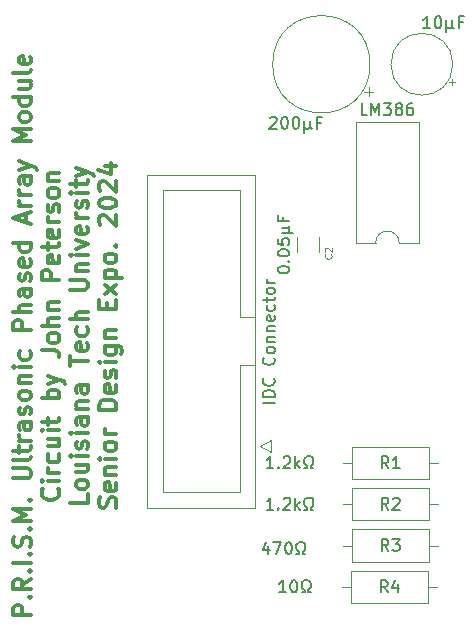
<source format=gbr>
%TF.GenerationSoftware,KiCad,Pcbnew,8.0.0*%
%TF.CreationDate,2024-04-24T16:24:04-05:00*%
%TF.ProjectId,UltrasonicPhasedArrayModule,556c7472-6173-46f6-9e69-635068617365,rev?*%
%TF.SameCoordinates,Original*%
%TF.FileFunction,Legend,Top*%
%TF.FilePolarity,Positive*%
%FSLAX46Y46*%
G04 Gerber Fmt 4.6, Leading zero omitted, Abs format (unit mm)*
G04 Created by KiCad (PCBNEW 8.0.0) date 2024-04-24 16:24:04*
%MOMM*%
%LPD*%
G01*
G04 APERTURE LIST*
%ADD10C,0.300000*%
%ADD11C,0.150000*%
%ADD12C,0.090000*%
%ADD13C,0.120000*%
G04 APERTURE END LIST*
D10*
X119556080Y-98392857D02*
X118056080Y-98392857D01*
X118056080Y-98392857D02*
X118056080Y-97821428D01*
X118056080Y-97821428D02*
X118127509Y-97678571D01*
X118127509Y-97678571D02*
X118198937Y-97607142D01*
X118198937Y-97607142D02*
X118341794Y-97535714D01*
X118341794Y-97535714D02*
X118556080Y-97535714D01*
X118556080Y-97535714D02*
X118698937Y-97607142D01*
X118698937Y-97607142D02*
X118770366Y-97678571D01*
X118770366Y-97678571D02*
X118841794Y-97821428D01*
X118841794Y-97821428D02*
X118841794Y-98392857D01*
X119413223Y-96892857D02*
X119484652Y-96821428D01*
X119484652Y-96821428D02*
X119556080Y-96892857D01*
X119556080Y-96892857D02*
X119484652Y-96964285D01*
X119484652Y-96964285D02*
X119413223Y-96892857D01*
X119413223Y-96892857D02*
X119556080Y-96892857D01*
X119556080Y-95321428D02*
X118841794Y-95821428D01*
X119556080Y-96178571D02*
X118056080Y-96178571D01*
X118056080Y-96178571D02*
X118056080Y-95607142D01*
X118056080Y-95607142D02*
X118127509Y-95464285D01*
X118127509Y-95464285D02*
X118198937Y-95392856D01*
X118198937Y-95392856D02*
X118341794Y-95321428D01*
X118341794Y-95321428D02*
X118556080Y-95321428D01*
X118556080Y-95321428D02*
X118698937Y-95392856D01*
X118698937Y-95392856D02*
X118770366Y-95464285D01*
X118770366Y-95464285D02*
X118841794Y-95607142D01*
X118841794Y-95607142D02*
X118841794Y-96178571D01*
X119413223Y-94678571D02*
X119484652Y-94607142D01*
X119484652Y-94607142D02*
X119556080Y-94678571D01*
X119556080Y-94678571D02*
X119484652Y-94749999D01*
X119484652Y-94749999D02*
X119413223Y-94678571D01*
X119413223Y-94678571D02*
X119556080Y-94678571D01*
X119556080Y-93964285D02*
X118056080Y-93964285D01*
X119413223Y-93249999D02*
X119484652Y-93178570D01*
X119484652Y-93178570D02*
X119556080Y-93249999D01*
X119556080Y-93249999D02*
X119484652Y-93321427D01*
X119484652Y-93321427D02*
X119413223Y-93249999D01*
X119413223Y-93249999D02*
X119556080Y-93249999D01*
X119484652Y-92607141D02*
X119556080Y-92392856D01*
X119556080Y-92392856D02*
X119556080Y-92035713D01*
X119556080Y-92035713D02*
X119484652Y-91892856D01*
X119484652Y-91892856D02*
X119413223Y-91821427D01*
X119413223Y-91821427D02*
X119270366Y-91749998D01*
X119270366Y-91749998D02*
X119127509Y-91749998D01*
X119127509Y-91749998D02*
X118984652Y-91821427D01*
X118984652Y-91821427D02*
X118913223Y-91892856D01*
X118913223Y-91892856D02*
X118841794Y-92035713D01*
X118841794Y-92035713D02*
X118770366Y-92321427D01*
X118770366Y-92321427D02*
X118698937Y-92464284D01*
X118698937Y-92464284D02*
X118627509Y-92535713D01*
X118627509Y-92535713D02*
X118484652Y-92607141D01*
X118484652Y-92607141D02*
X118341794Y-92607141D01*
X118341794Y-92607141D02*
X118198937Y-92535713D01*
X118198937Y-92535713D02*
X118127509Y-92464284D01*
X118127509Y-92464284D02*
X118056080Y-92321427D01*
X118056080Y-92321427D02*
X118056080Y-91964284D01*
X118056080Y-91964284D02*
X118127509Y-91749998D01*
X119413223Y-91107142D02*
X119484652Y-91035713D01*
X119484652Y-91035713D02*
X119556080Y-91107142D01*
X119556080Y-91107142D02*
X119484652Y-91178570D01*
X119484652Y-91178570D02*
X119413223Y-91107142D01*
X119413223Y-91107142D02*
X119556080Y-91107142D01*
X119556080Y-90392856D02*
X118056080Y-90392856D01*
X118056080Y-90392856D02*
X119127509Y-89892856D01*
X119127509Y-89892856D02*
X118056080Y-89392856D01*
X118056080Y-89392856D02*
X119556080Y-89392856D01*
X119413223Y-88678570D02*
X119484652Y-88607141D01*
X119484652Y-88607141D02*
X119556080Y-88678570D01*
X119556080Y-88678570D02*
X119484652Y-88749998D01*
X119484652Y-88749998D02*
X119413223Y-88678570D01*
X119413223Y-88678570D02*
X119556080Y-88678570D01*
X118056080Y-86821427D02*
X119270366Y-86821427D01*
X119270366Y-86821427D02*
X119413223Y-86749998D01*
X119413223Y-86749998D02*
X119484652Y-86678570D01*
X119484652Y-86678570D02*
X119556080Y-86535712D01*
X119556080Y-86535712D02*
X119556080Y-86249998D01*
X119556080Y-86249998D02*
X119484652Y-86107141D01*
X119484652Y-86107141D02*
X119413223Y-86035712D01*
X119413223Y-86035712D02*
X119270366Y-85964284D01*
X119270366Y-85964284D02*
X118056080Y-85964284D01*
X119556080Y-85035712D02*
X119484652Y-85178569D01*
X119484652Y-85178569D02*
X119341794Y-85249998D01*
X119341794Y-85249998D02*
X118056080Y-85249998D01*
X118556080Y-84678569D02*
X118556080Y-84107141D01*
X118056080Y-84464284D02*
X119341794Y-84464284D01*
X119341794Y-84464284D02*
X119484652Y-84392855D01*
X119484652Y-84392855D02*
X119556080Y-84249998D01*
X119556080Y-84249998D02*
X119556080Y-84107141D01*
X119556080Y-83607141D02*
X118556080Y-83607141D01*
X118841794Y-83607141D02*
X118698937Y-83535712D01*
X118698937Y-83535712D02*
X118627509Y-83464284D01*
X118627509Y-83464284D02*
X118556080Y-83321426D01*
X118556080Y-83321426D02*
X118556080Y-83178569D01*
X119556080Y-82035713D02*
X118770366Y-82035713D01*
X118770366Y-82035713D02*
X118627509Y-82107141D01*
X118627509Y-82107141D02*
X118556080Y-82249998D01*
X118556080Y-82249998D02*
X118556080Y-82535713D01*
X118556080Y-82535713D02*
X118627509Y-82678570D01*
X119484652Y-82035713D02*
X119556080Y-82178570D01*
X119556080Y-82178570D02*
X119556080Y-82535713D01*
X119556080Y-82535713D02*
X119484652Y-82678570D01*
X119484652Y-82678570D02*
X119341794Y-82749998D01*
X119341794Y-82749998D02*
X119198937Y-82749998D01*
X119198937Y-82749998D02*
X119056080Y-82678570D01*
X119056080Y-82678570D02*
X118984652Y-82535713D01*
X118984652Y-82535713D02*
X118984652Y-82178570D01*
X118984652Y-82178570D02*
X118913223Y-82035713D01*
X119484652Y-81392855D02*
X119556080Y-81249998D01*
X119556080Y-81249998D02*
X119556080Y-80964284D01*
X119556080Y-80964284D02*
X119484652Y-80821427D01*
X119484652Y-80821427D02*
X119341794Y-80749998D01*
X119341794Y-80749998D02*
X119270366Y-80749998D01*
X119270366Y-80749998D02*
X119127509Y-80821427D01*
X119127509Y-80821427D02*
X119056080Y-80964284D01*
X119056080Y-80964284D02*
X119056080Y-81178570D01*
X119056080Y-81178570D02*
X118984652Y-81321427D01*
X118984652Y-81321427D02*
X118841794Y-81392855D01*
X118841794Y-81392855D02*
X118770366Y-81392855D01*
X118770366Y-81392855D02*
X118627509Y-81321427D01*
X118627509Y-81321427D02*
X118556080Y-81178570D01*
X118556080Y-81178570D02*
X118556080Y-80964284D01*
X118556080Y-80964284D02*
X118627509Y-80821427D01*
X119556080Y-79892855D02*
X119484652Y-80035712D01*
X119484652Y-80035712D02*
X119413223Y-80107141D01*
X119413223Y-80107141D02*
X119270366Y-80178569D01*
X119270366Y-80178569D02*
X118841794Y-80178569D01*
X118841794Y-80178569D02*
X118698937Y-80107141D01*
X118698937Y-80107141D02*
X118627509Y-80035712D01*
X118627509Y-80035712D02*
X118556080Y-79892855D01*
X118556080Y-79892855D02*
X118556080Y-79678569D01*
X118556080Y-79678569D02*
X118627509Y-79535712D01*
X118627509Y-79535712D02*
X118698937Y-79464284D01*
X118698937Y-79464284D02*
X118841794Y-79392855D01*
X118841794Y-79392855D02*
X119270366Y-79392855D01*
X119270366Y-79392855D02*
X119413223Y-79464284D01*
X119413223Y-79464284D02*
X119484652Y-79535712D01*
X119484652Y-79535712D02*
X119556080Y-79678569D01*
X119556080Y-79678569D02*
X119556080Y-79892855D01*
X118556080Y-78749998D02*
X119556080Y-78749998D01*
X118698937Y-78749998D02*
X118627509Y-78678569D01*
X118627509Y-78678569D02*
X118556080Y-78535712D01*
X118556080Y-78535712D02*
X118556080Y-78321426D01*
X118556080Y-78321426D02*
X118627509Y-78178569D01*
X118627509Y-78178569D02*
X118770366Y-78107141D01*
X118770366Y-78107141D02*
X119556080Y-78107141D01*
X119556080Y-77392855D02*
X118556080Y-77392855D01*
X118056080Y-77392855D02*
X118127509Y-77464283D01*
X118127509Y-77464283D02*
X118198937Y-77392855D01*
X118198937Y-77392855D02*
X118127509Y-77321426D01*
X118127509Y-77321426D02*
X118056080Y-77392855D01*
X118056080Y-77392855D02*
X118198937Y-77392855D01*
X119484652Y-76035712D02*
X119556080Y-76178569D01*
X119556080Y-76178569D02*
X119556080Y-76464283D01*
X119556080Y-76464283D02*
X119484652Y-76607140D01*
X119484652Y-76607140D02*
X119413223Y-76678569D01*
X119413223Y-76678569D02*
X119270366Y-76749997D01*
X119270366Y-76749997D02*
X118841794Y-76749997D01*
X118841794Y-76749997D02*
X118698937Y-76678569D01*
X118698937Y-76678569D02*
X118627509Y-76607140D01*
X118627509Y-76607140D02*
X118556080Y-76464283D01*
X118556080Y-76464283D02*
X118556080Y-76178569D01*
X118556080Y-76178569D02*
X118627509Y-76035712D01*
X119556080Y-74249998D02*
X118056080Y-74249998D01*
X118056080Y-74249998D02*
X118056080Y-73678569D01*
X118056080Y-73678569D02*
X118127509Y-73535712D01*
X118127509Y-73535712D02*
X118198937Y-73464283D01*
X118198937Y-73464283D02*
X118341794Y-73392855D01*
X118341794Y-73392855D02*
X118556080Y-73392855D01*
X118556080Y-73392855D02*
X118698937Y-73464283D01*
X118698937Y-73464283D02*
X118770366Y-73535712D01*
X118770366Y-73535712D02*
X118841794Y-73678569D01*
X118841794Y-73678569D02*
X118841794Y-74249998D01*
X119556080Y-72749998D02*
X118056080Y-72749998D01*
X119556080Y-72107141D02*
X118770366Y-72107141D01*
X118770366Y-72107141D02*
X118627509Y-72178569D01*
X118627509Y-72178569D02*
X118556080Y-72321426D01*
X118556080Y-72321426D02*
X118556080Y-72535712D01*
X118556080Y-72535712D02*
X118627509Y-72678569D01*
X118627509Y-72678569D02*
X118698937Y-72749998D01*
X119556080Y-70749998D02*
X118770366Y-70749998D01*
X118770366Y-70749998D02*
X118627509Y-70821426D01*
X118627509Y-70821426D02*
X118556080Y-70964283D01*
X118556080Y-70964283D02*
X118556080Y-71249998D01*
X118556080Y-71249998D02*
X118627509Y-71392855D01*
X119484652Y-70749998D02*
X119556080Y-70892855D01*
X119556080Y-70892855D02*
X119556080Y-71249998D01*
X119556080Y-71249998D02*
X119484652Y-71392855D01*
X119484652Y-71392855D02*
X119341794Y-71464283D01*
X119341794Y-71464283D02*
X119198937Y-71464283D01*
X119198937Y-71464283D02*
X119056080Y-71392855D01*
X119056080Y-71392855D02*
X118984652Y-71249998D01*
X118984652Y-71249998D02*
X118984652Y-70892855D01*
X118984652Y-70892855D02*
X118913223Y-70749998D01*
X119484652Y-70107140D02*
X119556080Y-69964283D01*
X119556080Y-69964283D02*
X119556080Y-69678569D01*
X119556080Y-69678569D02*
X119484652Y-69535712D01*
X119484652Y-69535712D02*
X119341794Y-69464283D01*
X119341794Y-69464283D02*
X119270366Y-69464283D01*
X119270366Y-69464283D02*
X119127509Y-69535712D01*
X119127509Y-69535712D02*
X119056080Y-69678569D01*
X119056080Y-69678569D02*
X119056080Y-69892855D01*
X119056080Y-69892855D02*
X118984652Y-70035712D01*
X118984652Y-70035712D02*
X118841794Y-70107140D01*
X118841794Y-70107140D02*
X118770366Y-70107140D01*
X118770366Y-70107140D02*
X118627509Y-70035712D01*
X118627509Y-70035712D02*
X118556080Y-69892855D01*
X118556080Y-69892855D02*
X118556080Y-69678569D01*
X118556080Y-69678569D02*
X118627509Y-69535712D01*
X119484652Y-68249997D02*
X119556080Y-68392854D01*
X119556080Y-68392854D02*
X119556080Y-68678569D01*
X119556080Y-68678569D02*
X119484652Y-68821426D01*
X119484652Y-68821426D02*
X119341794Y-68892854D01*
X119341794Y-68892854D02*
X118770366Y-68892854D01*
X118770366Y-68892854D02*
X118627509Y-68821426D01*
X118627509Y-68821426D02*
X118556080Y-68678569D01*
X118556080Y-68678569D02*
X118556080Y-68392854D01*
X118556080Y-68392854D02*
X118627509Y-68249997D01*
X118627509Y-68249997D02*
X118770366Y-68178569D01*
X118770366Y-68178569D02*
X118913223Y-68178569D01*
X118913223Y-68178569D02*
X119056080Y-68892854D01*
X119556080Y-66892855D02*
X118056080Y-66892855D01*
X119484652Y-66892855D02*
X119556080Y-67035712D01*
X119556080Y-67035712D02*
X119556080Y-67321426D01*
X119556080Y-67321426D02*
X119484652Y-67464283D01*
X119484652Y-67464283D02*
X119413223Y-67535712D01*
X119413223Y-67535712D02*
X119270366Y-67607140D01*
X119270366Y-67607140D02*
X118841794Y-67607140D01*
X118841794Y-67607140D02*
X118698937Y-67535712D01*
X118698937Y-67535712D02*
X118627509Y-67464283D01*
X118627509Y-67464283D02*
X118556080Y-67321426D01*
X118556080Y-67321426D02*
X118556080Y-67035712D01*
X118556080Y-67035712D02*
X118627509Y-66892855D01*
X119127509Y-65107140D02*
X119127509Y-64392855D01*
X119556080Y-65249997D02*
X118056080Y-64749997D01*
X118056080Y-64749997D02*
X119556080Y-64249997D01*
X119556080Y-63749998D02*
X118556080Y-63749998D01*
X118841794Y-63749998D02*
X118698937Y-63678569D01*
X118698937Y-63678569D02*
X118627509Y-63607141D01*
X118627509Y-63607141D02*
X118556080Y-63464283D01*
X118556080Y-63464283D02*
X118556080Y-63321426D01*
X119556080Y-62821427D02*
X118556080Y-62821427D01*
X118841794Y-62821427D02*
X118698937Y-62749998D01*
X118698937Y-62749998D02*
X118627509Y-62678570D01*
X118627509Y-62678570D02*
X118556080Y-62535712D01*
X118556080Y-62535712D02*
X118556080Y-62392855D01*
X119556080Y-61249999D02*
X118770366Y-61249999D01*
X118770366Y-61249999D02*
X118627509Y-61321427D01*
X118627509Y-61321427D02*
X118556080Y-61464284D01*
X118556080Y-61464284D02*
X118556080Y-61749999D01*
X118556080Y-61749999D02*
X118627509Y-61892856D01*
X119484652Y-61249999D02*
X119556080Y-61392856D01*
X119556080Y-61392856D02*
X119556080Y-61749999D01*
X119556080Y-61749999D02*
X119484652Y-61892856D01*
X119484652Y-61892856D02*
X119341794Y-61964284D01*
X119341794Y-61964284D02*
X119198937Y-61964284D01*
X119198937Y-61964284D02*
X119056080Y-61892856D01*
X119056080Y-61892856D02*
X118984652Y-61749999D01*
X118984652Y-61749999D02*
X118984652Y-61392856D01*
X118984652Y-61392856D02*
X118913223Y-61249999D01*
X118556080Y-60678570D02*
X119556080Y-60321427D01*
X118556080Y-59964284D02*
X119556080Y-60321427D01*
X119556080Y-60321427D02*
X119913223Y-60464284D01*
X119913223Y-60464284D02*
X119984652Y-60535713D01*
X119984652Y-60535713D02*
X120056080Y-60678570D01*
X119556080Y-58249999D02*
X118056080Y-58249999D01*
X118056080Y-58249999D02*
X119127509Y-57749999D01*
X119127509Y-57749999D02*
X118056080Y-57249999D01*
X118056080Y-57249999D02*
X119556080Y-57249999D01*
X119556080Y-56321427D02*
X119484652Y-56464284D01*
X119484652Y-56464284D02*
X119413223Y-56535713D01*
X119413223Y-56535713D02*
X119270366Y-56607141D01*
X119270366Y-56607141D02*
X118841794Y-56607141D01*
X118841794Y-56607141D02*
X118698937Y-56535713D01*
X118698937Y-56535713D02*
X118627509Y-56464284D01*
X118627509Y-56464284D02*
X118556080Y-56321427D01*
X118556080Y-56321427D02*
X118556080Y-56107141D01*
X118556080Y-56107141D02*
X118627509Y-55964284D01*
X118627509Y-55964284D02*
X118698937Y-55892856D01*
X118698937Y-55892856D02*
X118841794Y-55821427D01*
X118841794Y-55821427D02*
X119270366Y-55821427D01*
X119270366Y-55821427D02*
X119413223Y-55892856D01*
X119413223Y-55892856D02*
X119484652Y-55964284D01*
X119484652Y-55964284D02*
X119556080Y-56107141D01*
X119556080Y-56107141D02*
X119556080Y-56321427D01*
X119556080Y-54535713D02*
X118056080Y-54535713D01*
X119484652Y-54535713D02*
X119556080Y-54678570D01*
X119556080Y-54678570D02*
X119556080Y-54964284D01*
X119556080Y-54964284D02*
X119484652Y-55107141D01*
X119484652Y-55107141D02*
X119413223Y-55178570D01*
X119413223Y-55178570D02*
X119270366Y-55249998D01*
X119270366Y-55249998D02*
X118841794Y-55249998D01*
X118841794Y-55249998D02*
X118698937Y-55178570D01*
X118698937Y-55178570D02*
X118627509Y-55107141D01*
X118627509Y-55107141D02*
X118556080Y-54964284D01*
X118556080Y-54964284D02*
X118556080Y-54678570D01*
X118556080Y-54678570D02*
X118627509Y-54535713D01*
X118556080Y-53178570D02*
X119556080Y-53178570D01*
X118556080Y-53821427D02*
X119341794Y-53821427D01*
X119341794Y-53821427D02*
X119484652Y-53749998D01*
X119484652Y-53749998D02*
X119556080Y-53607141D01*
X119556080Y-53607141D02*
X119556080Y-53392855D01*
X119556080Y-53392855D02*
X119484652Y-53249998D01*
X119484652Y-53249998D02*
X119413223Y-53178570D01*
X119556080Y-52249998D02*
X119484652Y-52392855D01*
X119484652Y-52392855D02*
X119341794Y-52464284D01*
X119341794Y-52464284D02*
X118056080Y-52464284D01*
X119484652Y-51107141D02*
X119556080Y-51249998D01*
X119556080Y-51249998D02*
X119556080Y-51535713D01*
X119556080Y-51535713D02*
X119484652Y-51678570D01*
X119484652Y-51678570D02*
X119341794Y-51749998D01*
X119341794Y-51749998D02*
X118770366Y-51749998D01*
X118770366Y-51749998D02*
X118627509Y-51678570D01*
X118627509Y-51678570D02*
X118556080Y-51535713D01*
X118556080Y-51535713D02*
X118556080Y-51249998D01*
X118556080Y-51249998D02*
X118627509Y-51107141D01*
X118627509Y-51107141D02*
X118770366Y-51035713D01*
X118770366Y-51035713D02*
X118913223Y-51035713D01*
X118913223Y-51035713D02*
X119056080Y-51749998D01*
X121828139Y-87678571D02*
X121899568Y-87749999D01*
X121899568Y-87749999D02*
X121970996Y-87964285D01*
X121970996Y-87964285D02*
X121970996Y-88107142D01*
X121970996Y-88107142D02*
X121899568Y-88321428D01*
X121899568Y-88321428D02*
X121756710Y-88464285D01*
X121756710Y-88464285D02*
X121613853Y-88535714D01*
X121613853Y-88535714D02*
X121328139Y-88607142D01*
X121328139Y-88607142D02*
X121113853Y-88607142D01*
X121113853Y-88607142D02*
X120828139Y-88535714D01*
X120828139Y-88535714D02*
X120685282Y-88464285D01*
X120685282Y-88464285D02*
X120542425Y-88321428D01*
X120542425Y-88321428D02*
X120470996Y-88107142D01*
X120470996Y-88107142D02*
X120470996Y-87964285D01*
X120470996Y-87964285D02*
X120542425Y-87749999D01*
X120542425Y-87749999D02*
X120613853Y-87678571D01*
X121970996Y-87035714D02*
X120970996Y-87035714D01*
X120470996Y-87035714D02*
X120542425Y-87107142D01*
X120542425Y-87107142D02*
X120613853Y-87035714D01*
X120613853Y-87035714D02*
X120542425Y-86964285D01*
X120542425Y-86964285D02*
X120470996Y-87035714D01*
X120470996Y-87035714D02*
X120613853Y-87035714D01*
X121970996Y-86321428D02*
X120970996Y-86321428D01*
X121256710Y-86321428D02*
X121113853Y-86249999D01*
X121113853Y-86249999D02*
X121042425Y-86178571D01*
X121042425Y-86178571D02*
X120970996Y-86035713D01*
X120970996Y-86035713D02*
X120970996Y-85892856D01*
X121899568Y-84750000D02*
X121970996Y-84892857D01*
X121970996Y-84892857D02*
X121970996Y-85178571D01*
X121970996Y-85178571D02*
X121899568Y-85321428D01*
X121899568Y-85321428D02*
X121828139Y-85392857D01*
X121828139Y-85392857D02*
X121685282Y-85464285D01*
X121685282Y-85464285D02*
X121256710Y-85464285D01*
X121256710Y-85464285D02*
X121113853Y-85392857D01*
X121113853Y-85392857D02*
X121042425Y-85321428D01*
X121042425Y-85321428D02*
X120970996Y-85178571D01*
X120970996Y-85178571D02*
X120970996Y-84892857D01*
X120970996Y-84892857D02*
X121042425Y-84750000D01*
X120970996Y-83464286D02*
X121970996Y-83464286D01*
X120970996Y-84107143D02*
X121756710Y-84107143D01*
X121756710Y-84107143D02*
X121899568Y-84035714D01*
X121899568Y-84035714D02*
X121970996Y-83892857D01*
X121970996Y-83892857D02*
X121970996Y-83678571D01*
X121970996Y-83678571D02*
X121899568Y-83535714D01*
X121899568Y-83535714D02*
X121828139Y-83464286D01*
X121970996Y-82750000D02*
X120970996Y-82750000D01*
X120470996Y-82750000D02*
X120542425Y-82821428D01*
X120542425Y-82821428D02*
X120613853Y-82750000D01*
X120613853Y-82750000D02*
X120542425Y-82678571D01*
X120542425Y-82678571D02*
X120470996Y-82750000D01*
X120470996Y-82750000D02*
X120613853Y-82750000D01*
X120970996Y-82249999D02*
X120970996Y-81678571D01*
X120470996Y-82035714D02*
X121756710Y-82035714D01*
X121756710Y-82035714D02*
X121899568Y-81964285D01*
X121899568Y-81964285D02*
X121970996Y-81821428D01*
X121970996Y-81821428D02*
X121970996Y-81678571D01*
X121970996Y-80035714D02*
X120470996Y-80035714D01*
X121042425Y-80035714D02*
X120970996Y-79892857D01*
X120970996Y-79892857D02*
X120970996Y-79607142D01*
X120970996Y-79607142D02*
X121042425Y-79464285D01*
X121042425Y-79464285D02*
X121113853Y-79392857D01*
X121113853Y-79392857D02*
X121256710Y-79321428D01*
X121256710Y-79321428D02*
X121685282Y-79321428D01*
X121685282Y-79321428D02*
X121828139Y-79392857D01*
X121828139Y-79392857D02*
X121899568Y-79464285D01*
X121899568Y-79464285D02*
X121970996Y-79607142D01*
X121970996Y-79607142D02*
X121970996Y-79892857D01*
X121970996Y-79892857D02*
X121899568Y-80035714D01*
X120970996Y-78821428D02*
X121970996Y-78464285D01*
X120970996Y-78107142D02*
X121970996Y-78464285D01*
X121970996Y-78464285D02*
X122328139Y-78607142D01*
X122328139Y-78607142D02*
X122399568Y-78678571D01*
X122399568Y-78678571D02*
X122470996Y-78821428D01*
X120470996Y-75964285D02*
X121542425Y-75964285D01*
X121542425Y-75964285D02*
X121756710Y-76035714D01*
X121756710Y-76035714D02*
X121899568Y-76178571D01*
X121899568Y-76178571D02*
X121970996Y-76392857D01*
X121970996Y-76392857D02*
X121970996Y-76535714D01*
X121970996Y-75035714D02*
X121899568Y-75178571D01*
X121899568Y-75178571D02*
X121828139Y-75250000D01*
X121828139Y-75250000D02*
X121685282Y-75321428D01*
X121685282Y-75321428D02*
X121256710Y-75321428D01*
X121256710Y-75321428D02*
X121113853Y-75250000D01*
X121113853Y-75250000D02*
X121042425Y-75178571D01*
X121042425Y-75178571D02*
X120970996Y-75035714D01*
X120970996Y-75035714D02*
X120970996Y-74821428D01*
X120970996Y-74821428D02*
X121042425Y-74678571D01*
X121042425Y-74678571D02*
X121113853Y-74607143D01*
X121113853Y-74607143D02*
X121256710Y-74535714D01*
X121256710Y-74535714D02*
X121685282Y-74535714D01*
X121685282Y-74535714D02*
X121828139Y-74607143D01*
X121828139Y-74607143D02*
X121899568Y-74678571D01*
X121899568Y-74678571D02*
X121970996Y-74821428D01*
X121970996Y-74821428D02*
X121970996Y-75035714D01*
X121970996Y-73892857D02*
X120470996Y-73892857D01*
X121970996Y-73250000D02*
X121185282Y-73250000D01*
X121185282Y-73250000D02*
X121042425Y-73321428D01*
X121042425Y-73321428D02*
X120970996Y-73464285D01*
X120970996Y-73464285D02*
X120970996Y-73678571D01*
X120970996Y-73678571D02*
X121042425Y-73821428D01*
X121042425Y-73821428D02*
X121113853Y-73892857D01*
X120970996Y-72535714D02*
X121970996Y-72535714D01*
X121113853Y-72535714D02*
X121042425Y-72464285D01*
X121042425Y-72464285D02*
X120970996Y-72321428D01*
X120970996Y-72321428D02*
X120970996Y-72107142D01*
X120970996Y-72107142D02*
X121042425Y-71964285D01*
X121042425Y-71964285D02*
X121185282Y-71892857D01*
X121185282Y-71892857D02*
X121970996Y-71892857D01*
X121970996Y-70035714D02*
X120470996Y-70035714D01*
X120470996Y-70035714D02*
X120470996Y-69464285D01*
X120470996Y-69464285D02*
X120542425Y-69321428D01*
X120542425Y-69321428D02*
X120613853Y-69249999D01*
X120613853Y-69249999D02*
X120756710Y-69178571D01*
X120756710Y-69178571D02*
X120970996Y-69178571D01*
X120970996Y-69178571D02*
X121113853Y-69249999D01*
X121113853Y-69249999D02*
X121185282Y-69321428D01*
X121185282Y-69321428D02*
X121256710Y-69464285D01*
X121256710Y-69464285D02*
X121256710Y-70035714D01*
X121899568Y-67964285D02*
X121970996Y-68107142D01*
X121970996Y-68107142D02*
X121970996Y-68392857D01*
X121970996Y-68392857D02*
X121899568Y-68535714D01*
X121899568Y-68535714D02*
X121756710Y-68607142D01*
X121756710Y-68607142D02*
X121185282Y-68607142D01*
X121185282Y-68607142D02*
X121042425Y-68535714D01*
X121042425Y-68535714D02*
X120970996Y-68392857D01*
X120970996Y-68392857D02*
X120970996Y-68107142D01*
X120970996Y-68107142D02*
X121042425Y-67964285D01*
X121042425Y-67964285D02*
X121185282Y-67892857D01*
X121185282Y-67892857D02*
X121328139Y-67892857D01*
X121328139Y-67892857D02*
X121470996Y-68607142D01*
X120970996Y-67464285D02*
X120970996Y-66892857D01*
X120470996Y-67250000D02*
X121756710Y-67250000D01*
X121756710Y-67250000D02*
X121899568Y-67178571D01*
X121899568Y-67178571D02*
X121970996Y-67035714D01*
X121970996Y-67035714D02*
X121970996Y-66892857D01*
X121899568Y-65821428D02*
X121970996Y-65964285D01*
X121970996Y-65964285D02*
X121970996Y-66250000D01*
X121970996Y-66250000D02*
X121899568Y-66392857D01*
X121899568Y-66392857D02*
X121756710Y-66464285D01*
X121756710Y-66464285D02*
X121185282Y-66464285D01*
X121185282Y-66464285D02*
X121042425Y-66392857D01*
X121042425Y-66392857D02*
X120970996Y-66250000D01*
X120970996Y-66250000D02*
X120970996Y-65964285D01*
X120970996Y-65964285D02*
X121042425Y-65821428D01*
X121042425Y-65821428D02*
X121185282Y-65750000D01*
X121185282Y-65750000D02*
X121328139Y-65750000D01*
X121328139Y-65750000D02*
X121470996Y-66464285D01*
X121970996Y-65107143D02*
X120970996Y-65107143D01*
X121256710Y-65107143D02*
X121113853Y-65035714D01*
X121113853Y-65035714D02*
X121042425Y-64964286D01*
X121042425Y-64964286D02*
X120970996Y-64821428D01*
X120970996Y-64821428D02*
X120970996Y-64678571D01*
X121899568Y-64250000D02*
X121970996Y-64107143D01*
X121970996Y-64107143D02*
X121970996Y-63821429D01*
X121970996Y-63821429D02*
X121899568Y-63678572D01*
X121899568Y-63678572D02*
X121756710Y-63607143D01*
X121756710Y-63607143D02*
X121685282Y-63607143D01*
X121685282Y-63607143D02*
X121542425Y-63678572D01*
X121542425Y-63678572D02*
X121470996Y-63821429D01*
X121470996Y-63821429D02*
X121470996Y-64035715D01*
X121470996Y-64035715D02*
X121399568Y-64178572D01*
X121399568Y-64178572D02*
X121256710Y-64250000D01*
X121256710Y-64250000D02*
X121185282Y-64250000D01*
X121185282Y-64250000D02*
X121042425Y-64178572D01*
X121042425Y-64178572D02*
X120970996Y-64035715D01*
X120970996Y-64035715D02*
X120970996Y-63821429D01*
X120970996Y-63821429D02*
X121042425Y-63678572D01*
X121970996Y-62750000D02*
X121899568Y-62892857D01*
X121899568Y-62892857D02*
X121828139Y-62964286D01*
X121828139Y-62964286D02*
X121685282Y-63035714D01*
X121685282Y-63035714D02*
X121256710Y-63035714D01*
X121256710Y-63035714D02*
X121113853Y-62964286D01*
X121113853Y-62964286D02*
X121042425Y-62892857D01*
X121042425Y-62892857D02*
X120970996Y-62750000D01*
X120970996Y-62750000D02*
X120970996Y-62535714D01*
X120970996Y-62535714D02*
X121042425Y-62392857D01*
X121042425Y-62392857D02*
X121113853Y-62321429D01*
X121113853Y-62321429D02*
X121256710Y-62250000D01*
X121256710Y-62250000D02*
X121685282Y-62250000D01*
X121685282Y-62250000D02*
X121828139Y-62321429D01*
X121828139Y-62321429D02*
X121899568Y-62392857D01*
X121899568Y-62392857D02*
X121970996Y-62535714D01*
X121970996Y-62535714D02*
X121970996Y-62750000D01*
X120970996Y-61607143D02*
X121970996Y-61607143D01*
X121113853Y-61607143D02*
X121042425Y-61535714D01*
X121042425Y-61535714D02*
X120970996Y-61392857D01*
X120970996Y-61392857D02*
X120970996Y-61178571D01*
X120970996Y-61178571D02*
X121042425Y-61035714D01*
X121042425Y-61035714D02*
X121185282Y-60964286D01*
X121185282Y-60964286D02*
X121970996Y-60964286D01*
X124385912Y-88142857D02*
X124385912Y-88857143D01*
X124385912Y-88857143D02*
X122885912Y-88857143D01*
X124385912Y-87428571D02*
X124314484Y-87571428D01*
X124314484Y-87571428D02*
X124243055Y-87642857D01*
X124243055Y-87642857D02*
X124100198Y-87714285D01*
X124100198Y-87714285D02*
X123671626Y-87714285D01*
X123671626Y-87714285D02*
X123528769Y-87642857D01*
X123528769Y-87642857D02*
X123457341Y-87571428D01*
X123457341Y-87571428D02*
X123385912Y-87428571D01*
X123385912Y-87428571D02*
X123385912Y-87214285D01*
X123385912Y-87214285D02*
X123457341Y-87071428D01*
X123457341Y-87071428D02*
X123528769Y-87000000D01*
X123528769Y-87000000D02*
X123671626Y-86928571D01*
X123671626Y-86928571D02*
X124100198Y-86928571D01*
X124100198Y-86928571D02*
X124243055Y-87000000D01*
X124243055Y-87000000D02*
X124314484Y-87071428D01*
X124314484Y-87071428D02*
X124385912Y-87214285D01*
X124385912Y-87214285D02*
X124385912Y-87428571D01*
X123385912Y-85642857D02*
X124385912Y-85642857D01*
X123385912Y-86285714D02*
X124171626Y-86285714D01*
X124171626Y-86285714D02*
X124314484Y-86214285D01*
X124314484Y-86214285D02*
X124385912Y-86071428D01*
X124385912Y-86071428D02*
X124385912Y-85857142D01*
X124385912Y-85857142D02*
X124314484Y-85714285D01*
X124314484Y-85714285D02*
X124243055Y-85642857D01*
X124385912Y-84928571D02*
X123385912Y-84928571D01*
X122885912Y-84928571D02*
X122957341Y-84999999D01*
X122957341Y-84999999D02*
X123028769Y-84928571D01*
X123028769Y-84928571D02*
X122957341Y-84857142D01*
X122957341Y-84857142D02*
X122885912Y-84928571D01*
X122885912Y-84928571D02*
X123028769Y-84928571D01*
X124314484Y-84285713D02*
X124385912Y-84142856D01*
X124385912Y-84142856D02*
X124385912Y-83857142D01*
X124385912Y-83857142D02*
X124314484Y-83714285D01*
X124314484Y-83714285D02*
X124171626Y-83642856D01*
X124171626Y-83642856D02*
X124100198Y-83642856D01*
X124100198Y-83642856D02*
X123957341Y-83714285D01*
X123957341Y-83714285D02*
X123885912Y-83857142D01*
X123885912Y-83857142D02*
X123885912Y-84071428D01*
X123885912Y-84071428D02*
X123814484Y-84214285D01*
X123814484Y-84214285D02*
X123671626Y-84285713D01*
X123671626Y-84285713D02*
X123600198Y-84285713D01*
X123600198Y-84285713D02*
X123457341Y-84214285D01*
X123457341Y-84214285D02*
X123385912Y-84071428D01*
X123385912Y-84071428D02*
X123385912Y-83857142D01*
X123385912Y-83857142D02*
X123457341Y-83714285D01*
X124385912Y-82999999D02*
X123385912Y-82999999D01*
X122885912Y-82999999D02*
X122957341Y-83071427D01*
X122957341Y-83071427D02*
X123028769Y-82999999D01*
X123028769Y-82999999D02*
X122957341Y-82928570D01*
X122957341Y-82928570D02*
X122885912Y-82999999D01*
X122885912Y-82999999D02*
X123028769Y-82999999D01*
X124385912Y-81642856D02*
X123600198Y-81642856D01*
X123600198Y-81642856D02*
X123457341Y-81714284D01*
X123457341Y-81714284D02*
X123385912Y-81857141D01*
X123385912Y-81857141D02*
X123385912Y-82142856D01*
X123385912Y-82142856D02*
X123457341Y-82285713D01*
X124314484Y-81642856D02*
X124385912Y-81785713D01*
X124385912Y-81785713D02*
X124385912Y-82142856D01*
X124385912Y-82142856D02*
X124314484Y-82285713D01*
X124314484Y-82285713D02*
X124171626Y-82357141D01*
X124171626Y-82357141D02*
X124028769Y-82357141D01*
X124028769Y-82357141D02*
X123885912Y-82285713D01*
X123885912Y-82285713D02*
X123814484Y-82142856D01*
X123814484Y-82142856D02*
X123814484Y-81785713D01*
X123814484Y-81785713D02*
X123743055Y-81642856D01*
X123385912Y-80928570D02*
X124385912Y-80928570D01*
X123528769Y-80928570D02*
X123457341Y-80857141D01*
X123457341Y-80857141D02*
X123385912Y-80714284D01*
X123385912Y-80714284D02*
X123385912Y-80499998D01*
X123385912Y-80499998D02*
X123457341Y-80357141D01*
X123457341Y-80357141D02*
X123600198Y-80285713D01*
X123600198Y-80285713D02*
X124385912Y-80285713D01*
X124385912Y-78928570D02*
X123600198Y-78928570D01*
X123600198Y-78928570D02*
X123457341Y-78999998D01*
X123457341Y-78999998D02*
X123385912Y-79142855D01*
X123385912Y-79142855D02*
X123385912Y-79428570D01*
X123385912Y-79428570D02*
X123457341Y-79571427D01*
X124314484Y-78928570D02*
X124385912Y-79071427D01*
X124385912Y-79071427D02*
X124385912Y-79428570D01*
X124385912Y-79428570D02*
X124314484Y-79571427D01*
X124314484Y-79571427D02*
X124171626Y-79642855D01*
X124171626Y-79642855D02*
X124028769Y-79642855D01*
X124028769Y-79642855D02*
X123885912Y-79571427D01*
X123885912Y-79571427D02*
X123814484Y-79428570D01*
X123814484Y-79428570D02*
X123814484Y-79071427D01*
X123814484Y-79071427D02*
X123743055Y-78928570D01*
X122885912Y-77285712D02*
X122885912Y-76428570D01*
X124385912Y-76857141D02*
X122885912Y-76857141D01*
X124314484Y-75357141D02*
X124385912Y-75499998D01*
X124385912Y-75499998D02*
X124385912Y-75785713D01*
X124385912Y-75785713D02*
X124314484Y-75928570D01*
X124314484Y-75928570D02*
X124171626Y-75999998D01*
X124171626Y-75999998D02*
X123600198Y-75999998D01*
X123600198Y-75999998D02*
X123457341Y-75928570D01*
X123457341Y-75928570D02*
X123385912Y-75785713D01*
X123385912Y-75785713D02*
X123385912Y-75499998D01*
X123385912Y-75499998D02*
X123457341Y-75357141D01*
X123457341Y-75357141D02*
X123600198Y-75285713D01*
X123600198Y-75285713D02*
X123743055Y-75285713D01*
X123743055Y-75285713D02*
X123885912Y-75999998D01*
X124314484Y-73999999D02*
X124385912Y-74142856D01*
X124385912Y-74142856D02*
X124385912Y-74428570D01*
X124385912Y-74428570D02*
X124314484Y-74571427D01*
X124314484Y-74571427D02*
X124243055Y-74642856D01*
X124243055Y-74642856D02*
X124100198Y-74714284D01*
X124100198Y-74714284D02*
X123671626Y-74714284D01*
X123671626Y-74714284D02*
X123528769Y-74642856D01*
X123528769Y-74642856D02*
X123457341Y-74571427D01*
X123457341Y-74571427D02*
X123385912Y-74428570D01*
X123385912Y-74428570D02*
X123385912Y-74142856D01*
X123385912Y-74142856D02*
X123457341Y-73999999D01*
X124385912Y-73357142D02*
X122885912Y-73357142D01*
X124385912Y-72714285D02*
X123600198Y-72714285D01*
X123600198Y-72714285D02*
X123457341Y-72785713D01*
X123457341Y-72785713D02*
X123385912Y-72928570D01*
X123385912Y-72928570D02*
X123385912Y-73142856D01*
X123385912Y-73142856D02*
X123457341Y-73285713D01*
X123457341Y-73285713D02*
X123528769Y-73357142D01*
X122885912Y-70857142D02*
X124100198Y-70857142D01*
X124100198Y-70857142D02*
X124243055Y-70785713D01*
X124243055Y-70785713D02*
X124314484Y-70714285D01*
X124314484Y-70714285D02*
X124385912Y-70571427D01*
X124385912Y-70571427D02*
X124385912Y-70285713D01*
X124385912Y-70285713D02*
X124314484Y-70142856D01*
X124314484Y-70142856D02*
X124243055Y-70071427D01*
X124243055Y-70071427D02*
X124100198Y-69999999D01*
X124100198Y-69999999D02*
X122885912Y-69999999D01*
X123385912Y-69285713D02*
X124385912Y-69285713D01*
X123528769Y-69285713D02*
X123457341Y-69214284D01*
X123457341Y-69214284D02*
X123385912Y-69071427D01*
X123385912Y-69071427D02*
X123385912Y-68857141D01*
X123385912Y-68857141D02*
X123457341Y-68714284D01*
X123457341Y-68714284D02*
X123600198Y-68642856D01*
X123600198Y-68642856D02*
X124385912Y-68642856D01*
X124385912Y-67928570D02*
X123385912Y-67928570D01*
X122885912Y-67928570D02*
X122957341Y-67999998D01*
X122957341Y-67999998D02*
X123028769Y-67928570D01*
X123028769Y-67928570D02*
X122957341Y-67857141D01*
X122957341Y-67857141D02*
X122885912Y-67928570D01*
X122885912Y-67928570D02*
X123028769Y-67928570D01*
X123385912Y-67357141D02*
X124385912Y-66999998D01*
X124385912Y-66999998D02*
X123385912Y-66642855D01*
X124314484Y-65499998D02*
X124385912Y-65642855D01*
X124385912Y-65642855D02*
X124385912Y-65928570D01*
X124385912Y-65928570D02*
X124314484Y-66071427D01*
X124314484Y-66071427D02*
X124171626Y-66142855D01*
X124171626Y-66142855D02*
X123600198Y-66142855D01*
X123600198Y-66142855D02*
X123457341Y-66071427D01*
X123457341Y-66071427D02*
X123385912Y-65928570D01*
X123385912Y-65928570D02*
X123385912Y-65642855D01*
X123385912Y-65642855D02*
X123457341Y-65499998D01*
X123457341Y-65499998D02*
X123600198Y-65428570D01*
X123600198Y-65428570D02*
X123743055Y-65428570D01*
X123743055Y-65428570D02*
X123885912Y-66142855D01*
X124385912Y-64785713D02*
X123385912Y-64785713D01*
X123671626Y-64785713D02*
X123528769Y-64714284D01*
X123528769Y-64714284D02*
X123457341Y-64642856D01*
X123457341Y-64642856D02*
X123385912Y-64499998D01*
X123385912Y-64499998D02*
X123385912Y-64357141D01*
X124314484Y-63928570D02*
X124385912Y-63785713D01*
X124385912Y-63785713D02*
X124385912Y-63499999D01*
X124385912Y-63499999D02*
X124314484Y-63357142D01*
X124314484Y-63357142D02*
X124171626Y-63285713D01*
X124171626Y-63285713D02*
X124100198Y-63285713D01*
X124100198Y-63285713D02*
X123957341Y-63357142D01*
X123957341Y-63357142D02*
X123885912Y-63499999D01*
X123885912Y-63499999D02*
X123885912Y-63714285D01*
X123885912Y-63714285D02*
X123814484Y-63857142D01*
X123814484Y-63857142D02*
X123671626Y-63928570D01*
X123671626Y-63928570D02*
X123600198Y-63928570D01*
X123600198Y-63928570D02*
X123457341Y-63857142D01*
X123457341Y-63857142D02*
X123385912Y-63714285D01*
X123385912Y-63714285D02*
X123385912Y-63499999D01*
X123385912Y-63499999D02*
X123457341Y-63357142D01*
X124385912Y-62642856D02*
X123385912Y-62642856D01*
X122885912Y-62642856D02*
X122957341Y-62714284D01*
X122957341Y-62714284D02*
X123028769Y-62642856D01*
X123028769Y-62642856D02*
X122957341Y-62571427D01*
X122957341Y-62571427D02*
X122885912Y-62642856D01*
X122885912Y-62642856D02*
X123028769Y-62642856D01*
X123385912Y-62142855D02*
X123385912Y-61571427D01*
X122885912Y-61928570D02*
X124171626Y-61928570D01*
X124171626Y-61928570D02*
X124314484Y-61857141D01*
X124314484Y-61857141D02*
X124385912Y-61714284D01*
X124385912Y-61714284D02*
X124385912Y-61571427D01*
X123385912Y-61214284D02*
X124385912Y-60857141D01*
X123385912Y-60499998D02*
X124385912Y-60857141D01*
X124385912Y-60857141D02*
X124743055Y-60999998D01*
X124743055Y-60999998D02*
X124814484Y-61071427D01*
X124814484Y-61071427D02*
X124885912Y-61214284D01*
X126729400Y-89285713D02*
X126800828Y-89071428D01*
X126800828Y-89071428D02*
X126800828Y-88714285D01*
X126800828Y-88714285D02*
X126729400Y-88571428D01*
X126729400Y-88571428D02*
X126657971Y-88499999D01*
X126657971Y-88499999D02*
X126515114Y-88428570D01*
X126515114Y-88428570D02*
X126372257Y-88428570D01*
X126372257Y-88428570D02*
X126229400Y-88499999D01*
X126229400Y-88499999D02*
X126157971Y-88571428D01*
X126157971Y-88571428D02*
X126086542Y-88714285D01*
X126086542Y-88714285D02*
X126015114Y-88999999D01*
X126015114Y-88999999D02*
X125943685Y-89142856D01*
X125943685Y-89142856D02*
X125872257Y-89214285D01*
X125872257Y-89214285D02*
X125729400Y-89285713D01*
X125729400Y-89285713D02*
X125586542Y-89285713D01*
X125586542Y-89285713D02*
X125443685Y-89214285D01*
X125443685Y-89214285D02*
X125372257Y-89142856D01*
X125372257Y-89142856D02*
X125300828Y-88999999D01*
X125300828Y-88999999D02*
X125300828Y-88642856D01*
X125300828Y-88642856D02*
X125372257Y-88428570D01*
X126729400Y-87214285D02*
X126800828Y-87357142D01*
X126800828Y-87357142D02*
X126800828Y-87642857D01*
X126800828Y-87642857D02*
X126729400Y-87785714D01*
X126729400Y-87785714D02*
X126586542Y-87857142D01*
X126586542Y-87857142D02*
X126015114Y-87857142D01*
X126015114Y-87857142D02*
X125872257Y-87785714D01*
X125872257Y-87785714D02*
X125800828Y-87642857D01*
X125800828Y-87642857D02*
X125800828Y-87357142D01*
X125800828Y-87357142D02*
X125872257Y-87214285D01*
X125872257Y-87214285D02*
X126015114Y-87142857D01*
X126015114Y-87142857D02*
X126157971Y-87142857D01*
X126157971Y-87142857D02*
X126300828Y-87857142D01*
X125800828Y-86500000D02*
X126800828Y-86500000D01*
X125943685Y-86500000D02*
X125872257Y-86428571D01*
X125872257Y-86428571D02*
X125800828Y-86285714D01*
X125800828Y-86285714D02*
X125800828Y-86071428D01*
X125800828Y-86071428D02*
X125872257Y-85928571D01*
X125872257Y-85928571D02*
X126015114Y-85857143D01*
X126015114Y-85857143D02*
X126800828Y-85857143D01*
X126800828Y-85142857D02*
X125800828Y-85142857D01*
X125300828Y-85142857D02*
X125372257Y-85214285D01*
X125372257Y-85214285D02*
X125443685Y-85142857D01*
X125443685Y-85142857D02*
X125372257Y-85071428D01*
X125372257Y-85071428D02*
X125300828Y-85142857D01*
X125300828Y-85142857D02*
X125443685Y-85142857D01*
X126800828Y-84214285D02*
X126729400Y-84357142D01*
X126729400Y-84357142D02*
X126657971Y-84428571D01*
X126657971Y-84428571D02*
X126515114Y-84499999D01*
X126515114Y-84499999D02*
X126086542Y-84499999D01*
X126086542Y-84499999D02*
X125943685Y-84428571D01*
X125943685Y-84428571D02*
X125872257Y-84357142D01*
X125872257Y-84357142D02*
X125800828Y-84214285D01*
X125800828Y-84214285D02*
X125800828Y-83999999D01*
X125800828Y-83999999D02*
X125872257Y-83857142D01*
X125872257Y-83857142D02*
X125943685Y-83785714D01*
X125943685Y-83785714D02*
X126086542Y-83714285D01*
X126086542Y-83714285D02*
X126515114Y-83714285D01*
X126515114Y-83714285D02*
X126657971Y-83785714D01*
X126657971Y-83785714D02*
X126729400Y-83857142D01*
X126729400Y-83857142D02*
X126800828Y-83999999D01*
X126800828Y-83999999D02*
X126800828Y-84214285D01*
X126800828Y-83071428D02*
X125800828Y-83071428D01*
X126086542Y-83071428D02*
X125943685Y-82999999D01*
X125943685Y-82999999D02*
X125872257Y-82928571D01*
X125872257Y-82928571D02*
X125800828Y-82785713D01*
X125800828Y-82785713D02*
X125800828Y-82642856D01*
X126800828Y-81000000D02*
X125300828Y-81000000D01*
X125300828Y-81000000D02*
X125300828Y-80642857D01*
X125300828Y-80642857D02*
X125372257Y-80428571D01*
X125372257Y-80428571D02*
X125515114Y-80285714D01*
X125515114Y-80285714D02*
X125657971Y-80214285D01*
X125657971Y-80214285D02*
X125943685Y-80142857D01*
X125943685Y-80142857D02*
X126157971Y-80142857D01*
X126157971Y-80142857D02*
X126443685Y-80214285D01*
X126443685Y-80214285D02*
X126586542Y-80285714D01*
X126586542Y-80285714D02*
X126729400Y-80428571D01*
X126729400Y-80428571D02*
X126800828Y-80642857D01*
X126800828Y-80642857D02*
X126800828Y-81000000D01*
X126729400Y-78928571D02*
X126800828Y-79071428D01*
X126800828Y-79071428D02*
X126800828Y-79357143D01*
X126800828Y-79357143D02*
X126729400Y-79500000D01*
X126729400Y-79500000D02*
X126586542Y-79571428D01*
X126586542Y-79571428D02*
X126015114Y-79571428D01*
X126015114Y-79571428D02*
X125872257Y-79500000D01*
X125872257Y-79500000D02*
X125800828Y-79357143D01*
X125800828Y-79357143D02*
X125800828Y-79071428D01*
X125800828Y-79071428D02*
X125872257Y-78928571D01*
X125872257Y-78928571D02*
X126015114Y-78857143D01*
X126015114Y-78857143D02*
X126157971Y-78857143D01*
X126157971Y-78857143D02*
X126300828Y-79571428D01*
X126729400Y-78285714D02*
X126800828Y-78142857D01*
X126800828Y-78142857D02*
X126800828Y-77857143D01*
X126800828Y-77857143D02*
X126729400Y-77714286D01*
X126729400Y-77714286D02*
X126586542Y-77642857D01*
X126586542Y-77642857D02*
X126515114Y-77642857D01*
X126515114Y-77642857D02*
X126372257Y-77714286D01*
X126372257Y-77714286D02*
X126300828Y-77857143D01*
X126300828Y-77857143D02*
X126300828Y-78071429D01*
X126300828Y-78071429D02*
X126229400Y-78214286D01*
X126229400Y-78214286D02*
X126086542Y-78285714D01*
X126086542Y-78285714D02*
X126015114Y-78285714D01*
X126015114Y-78285714D02*
X125872257Y-78214286D01*
X125872257Y-78214286D02*
X125800828Y-78071429D01*
X125800828Y-78071429D02*
X125800828Y-77857143D01*
X125800828Y-77857143D02*
X125872257Y-77714286D01*
X126800828Y-77000000D02*
X125800828Y-77000000D01*
X125300828Y-77000000D02*
X125372257Y-77071428D01*
X125372257Y-77071428D02*
X125443685Y-77000000D01*
X125443685Y-77000000D02*
X125372257Y-76928571D01*
X125372257Y-76928571D02*
X125300828Y-77000000D01*
X125300828Y-77000000D02*
X125443685Y-77000000D01*
X125800828Y-75642857D02*
X127015114Y-75642857D01*
X127015114Y-75642857D02*
X127157971Y-75714285D01*
X127157971Y-75714285D02*
X127229400Y-75785714D01*
X127229400Y-75785714D02*
X127300828Y-75928571D01*
X127300828Y-75928571D02*
X127300828Y-76142857D01*
X127300828Y-76142857D02*
X127229400Y-76285714D01*
X126729400Y-75642857D02*
X126800828Y-75785714D01*
X126800828Y-75785714D02*
X126800828Y-76071428D01*
X126800828Y-76071428D02*
X126729400Y-76214285D01*
X126729400Y-76214285D02*
X126657971Y-76285714D01*
X126657971Y-76285714D02*
X126515114Y-76357142D01*
X126515114Y-76357142D02*
X126086542Y-76357142D01*
X126086542Y-76357142D02*
X125943685Y-76285714D01*
X125943685Y-76285714D02*
X125872257Y-76214285D01*
X125872257Y-76214285D02*
X125800828Y-76071428D01*
X125800828Y-76071428D02*
X125800828Y-75785714D01*
X125800828Y-75785714D02*
X125872257Y-75642857D01*
X125800828Y-74928571D02*
X126800828Y-74928571D01*
X125943685Y-74928571D02*
X125872257Y-74857142D01*
X125872257Y-74857142D02*
X125800828Y-74714285D01*
X125800828Y-74714285D02*
X125800828Y-74499999D01*
X125800828Y-74499999D02*
X125872257Y-74357142D01*
X125872257Y-74357142D02*
X126015114Y-74285714D01*
X126015114Y-74285714D02*
X126800828Y-74285714D01*
X126015114Y-72428571D02*
X126015114Y-71928571D01*
X126800828Y-71714285D02*
X126800828Y-72428571D01*
X126800828Y-72428571D02*
X125300828Y-72428571D01*
X125300828Y-72428571D02*
X125300828Y-71714285D01*
X126800828Y-71214285D02*
X125800828Y-70428571D01*
X125800828Y-71214285D02*
X126800828Y-70428571D01*
X125800828Y-69857142D02*
X127300828Y-69857142D01*
X125872257Y-69857142D02*
X125800828Y-69714285D01*
X125800828Y-69714285D02*
X125800828Y-69428570D01*
X125800828Y-69428570D02*
X125872257Y-69285713D01*
X125872257Y-69285713D02*
X125943685Y-69214285D01*
X125943685Y-69214285D02*
X126086542Y-69142856D01*
X126086542Y-69142856D02*
X126515114Y-69142856D01*
X126515114Y-69142856D02*
X126657971Y-69214285D01*
X126657971Y-69214285D02*
X126729400Y-69285713D01*
X126729400Y-69285713D02*
X126800828Y-69428570D01*
X126800828Y-69428570D02*
X126800828Y-69714285D01*
X126800828Y-69714285D02*
X126729400Y-69857142D01*
X126800828Y-68285713D02*
X126729400Y-68428570D01*
X126729400Y-68428570D02*
X126657971Y-68499999D01*
X126657971Y-68499999D02*
X126515114Y-68571427D01*
X126515114Y-68571427D02*
X126086542Y-68571427D01*
X126086542Y-68571427D02*
X125943685Y-68499999D01*
X125943685Y-68499999D02*
X125872257Y-68428570D01*
X125872257Y-68428570D02*
X125800828Y-68285713D01*
X125800828Y-68285713D02*
X125800828Y-68071427D01*
X125800828Y-68071427D02*
X125872257Y-67928570D01*
X125872257Y-67928570D02*
X125943685Y-67857142D01*
X125943685Y-67857142D02*
X126086542Y-67785713D01*
X126086542Y-67785713D02*
X126515114Y-67785713D01*
X126515114Y-67785713D02*
X126657971Y-67857142D01*
X126657971Y-67857142D02*
X126729400Y-67928570D01*
X126729400Y-67928570D02*
X126800828Y-68071427D01*
X126800828Y-68071427D02*
X126800828Y-68285713D01*
X126657971Y-67142856D02*
X126729400Y-67071427D01*
X126729400Y-67071427D02*
X126800828Y-67142856D01*
X126800828Y-67142856D02*
X126729400Y-67214284D01*
X126729400Y-67214284D02*
X126657971Y-67142856D01*
X126657971Y-67142856D02*
X126800828Y-67142856D01*
X125443685Y-65357141D02*
X125372257Y-65285713D01*
X125372257Y-65285713D02*
X125300828Y-65142856D01*
X125300828Y-65142856D02*
X125300828Y-64785713D01*
X125300828Y-64785713D02*
X125372257Y-64642856D01*
X125372257Y-64642856D02*
X125443685Y-64571427D01*
X125443685Y-64571427D02*
X125586542Y-64499998D01*
X125586542Y-64499998D02*
X125729400Y-64499998D01*
X125729400Y-64499998D02*
X125943685Y-64571427D01*
X125943685Y-64571427D02*
X126800828Y-65428570D01*
X126800828Y-65428570D02*
X126800828Y-64499998D01*
X125300828Y-63571427D02*
X125300828Y-63428570D01*
X125300828Y-63428570D02*
X125372257Y-63285713D01*
X125372257Y-63285713D02*
X125443685Y-63214285D01*
X125443685Y-63214285D02*
X125586542Y-63142856D01*
X125586542Y-63142856D02*
X125872257Y-63071427D01*
X125872257Y-63071427D02*
X126229400Y-63071427D01*
X126229400Y-63071427D02*
X126515114Y-63142856D01*
X126515114Y-63142856D02*
X126657971Y-63214285D01*
X126657971Y-63214285D02*
X126729400Y-63285713D01*
X126729400Y-63285713D02*
X126800828Y-63428570D01*
X126800828Y-63428570D02*
X126800828Y-63571427D01*
X126800828Y-63571427D02*
X126729400Y-63714285D01*
X126729400Y-63714285D02*
X126657971Y-63785713D01*
X126657971Y-63785713D02*
X126515114Y-63857142D01*
X126515114Y-63857142D02*
X126229400Y-63928570D01*
X126229400Y-63928570D02*
X125872257Y-63928570D01*
X125872257Y-63928570D02*
X125586542Y-63857142D01*
X125586542Y-63857142D02*
X125443685Y-63785713D01*
X125443685Y-63785713D02*
X125372257Y-63714285D01*
X125372257Y-63714285D02*
X125300828Y-63571427D01*
X125443685Y-62499999D02*
X125372257Y-62428571D01*
X125372257Y-62428571D02*
X125300828Y-62285714D01*
X125300828Y-62285714D02*
X125300828Y-61928571D01*
X125300828Y-61928571D02*
X125372257Y-61785714D01*
X125372257Y-61785714D02*
X125443685Y-61714285D01*
X125443685Y-61714285D02*
X125586542Y-61642856D01*
X125586542Y-61642856D02*
X125729400Y-61642856D01*
X125729400Y-61642856D02*
X125943685Y-61714285D01*
X125943685Y-61714285D02*
X126800828Y-62571428D01*
X126800828Y-62571428D02*
X126800828Y-61642856D01*
X125800828Y-60357143D02*
X126800828Y-60357143D01*
X125229400Y-60714285D02*
X126300828Y-61071428D01*
X126300828Y-61071428D02*
X126300828Y-60142857D01*
D11*
X153357142Y-48704819D02*
X152785714Y-48704819D01*
X153071428Y-48704819D02*
X153071428Y-47704819D01*
X153071428Y-47704819D02*
X152976190Y-47847676D01*
X152976190Y-47847676D02*
X152880952Y-47942914D01*
X152880952Y-47942914D02*
X152785714Y-47990533D01*
X153976190Y-47704819D02*
X154071428Y-47704819D01*
X154071428Y-47704819D02*
X154166666Y-47752438D01*
X154166666Y-47752438D02*
X154214285Y-47800057D01*
X154214285Y-47800057D02*
X154261904Y-47895295D01*
X154261904Y-47895295D02*
X154309523Y-48085771D01*
X154309523Y-48085771D02*
X154309523Y-48323866D01*
X154309523Y-48323866D02*
X154261904Y-48514342D01*
X154261904Y-48514342D02*
X154214285Y-48609580D01*
X154214285Y-48609580D02*
X154166666Y-48657200D01*
X154166666Y-48657200D02*
X154071428Y-48704819D01*
X154071428Y-48704819D02*
X153976190Y-48704819D01*
X153976190Y-48704819D02*
X153880952Y-48657200D01*
X153880952Y-48657200D02*
X153833333Y-48609580D01*
X153833333Y-48609580D02*
X153785714Y-48514342D01*
X153785714Y-48514342D02*
X153738095Y-48323866D01*
X153738095Y-48323866D02*
X153738095Y-48085771D01*
X153738095Y-48085771D02*
X153785714Y-47895295D01*
X153785714Y-47895295D02*
X153833333Y-47800057D01*
X153833333Y-47800057D02*
X153880952Y-47752438D01*
X153880952Y-47752438D02*
X153976190Y-47704819D01*
X154738095Y-48038152D02*
X154738095Y-49038152D01*
X155214285Y-48561961D02*
X155261904Y-48657200D01*
X155261904Y-48657200D02*
X155357142Y-48704819D01*
X154738095Y-48561961D02*
X154785714Y-48657200D01*
X154785714Y-48657200D02*
X154880952Y-48704819D01*
X154880952Y-48704819D02*
X155071428Y-48704819D01*
X155071428Y-48704819D02*
X155166666Y-48657200D01*
X155166666Y-48657200D02*
X155214285Y-48561961D01*
X155214285Y-48561961D02*
X155214285Y-48038152D01*
X156119047Y-48181009D02*
X155785714Y-48181009D01*
X155785714Y-48704819D02*
X155785714Y-47704819D01*
X155785714Y-47704819D02*
X156261904Y-47704819D01*
X140095238Y-85954819D02*
X139523810Y-85954819D01*
X139809524Y-85954819D02*
X139809524Y-84954819D01*
X139809524Y-84954819D02*
X139714286Y-85097676D01*
X139714286Y-85097676D02*
X139619048Y-85192914D01*
X139619048Y-85192914D02*
X139523810Y-85240533D01*
X140523810Y-85859580D02*
X140571429Y-85907200D01*
X140571429Y-85907200D02*
X140523810Y-85954819D01*
X140523810Y-85954819D02*
X140476191Y-85907200D01*
X140476191Y-85907200D02*
X140523810Y-85859580D01*
X140523810Y-85859580D02*
X140523810Y-85954819D01*
X140952381Y-85050057D02*
X141000000Y-85002438D01*
X141000000Y-85002438D02*
X141095238Y-84954819D01*
X141095238Y-84954819D02*
X141333333Y-84954819D01*
X141333333Y-84954819D02*
X141428571Y-85002438D01*
X141428571Y-85002438D02*
X141476190Y-85050057D01*
X141476190Y-85050057D02*
X141523809Y-85145295D01*
X141523809Y-85145295D02*
X141523809Y-85240533D01*
X141523809Y-85240533D02*
X141476190Y-85383390D01*
X141476190Y-85383390D02*
X140904762Y-85954819D01*
X140904762Y-85954819D02*
X141523809Y-85954819D01*
X141952381Y-85954819D02*
X141952381Y-84954819D01*
X142047619Y-85573866D02*
X142333333Y-85954819D01*
X142333333Y-85288152D02*
X141952381Y-85669104D01*
X142714286Y-85954819D02*
X142952381Y-85954819D01*
X142952381Y-85954819D02*
X142952381Y-85764342D01*
X142952381Y-85764342D02*
X142857143Y-85716723D01*
X142857143Y-85716723D02*
X142761905Y-85621485D01*
X142761905Y-85621485D02*
X142714286Y-85478628D01*
X142714286Y-85478628D02*
X142714286Y-85240533D01*
X142714286Y-85240533D02*
X142761905Y-85097676D01*
X142761905Y-85097676D02*
X142857143Y-85002438D01*
X142857143Y-85002438D02*
X143000000Y-84954819D01*
X143000000Y-84954819D02*
X143190476Y-84954819D01*
X143190476Y-84954819D02*
X143333333Y-85002438D01*
X143333333Y-85002438D02*
X143428571Y-85097676D01*
X143428571Y-85097676D02*
X143476190Y-85240533D01*
X143476190Y-85240533D02*
X143476190Y-85478628D01*
X143476190Y-85478628D02*
X143428571Y-85621485D01*
X143428571Y-85621485D02*
X143333333Y-85716723D01*
X143333333Y-85716723D02*
X143238095Y-85764342D01*
X143238095Y-85764342D02*
X143238095Y-85954819D01*
X143238095Y-85954819D02*
X143476190Y-85954819D01*
X149833333Y-85954819D02*
X149500000Y-85478628D01*
X149261905Y-85954819D02*
X149261905Y-84954819D01*
X149261905Y-84954819D02*
X149642857Y-84954819D01*
X149642857Y-84954819D02*
X149738095Y-85002438D01*
X149738095Y-85002438D02*
X149785714Y-85050057D01*
X149785714Y-85050057D02*
X149833333Y-85145295D01*
X149833333Y-85145295D02*
X149833333Y-85288152D01*
X149833333Y-85288152D02*
X149785714Y-85383390D01*
X149785714Y-85383390D02*
X149738095Y-85431009D01*
X149738095Y-85431009D02*
X149642857Y-85478628D01*
X149642857Y-85478628D02*
X149261905Y-85478628D01*
X150785714Y-85954819D02*
X150214286Y-85954819D01*
X150500000Y-85954819D02*
X150500000Y-84954819D01*
X150500000Y-84954819D02*
X150404762Y-85097676D01*
X150404762Y-85097676D02*
X150309524Y-85192914D01*
X150309524Y-85192914D02*
X150214286Y-85240533D01*
X140204819Y-80392857D02*
X139204819Y-80392857D01*
X140204819Y-79916667D02*
X139204819Y-79916667D01*
X139204819Y-79916667D02*
X139204819Y-79678572D01*
X139204819Y-79678572D02*
X139252438Y-79535715D01*
X139252438Y-79535715D02*
X139347676Y-79440477D01*
X139347676Y-79440477D02*
X139442914Y-79392858D01*
X139442914Y-79392858D02*
X139633390Y-79345239D01*
X139633390Y-79345239D02*
X139776247Y-79345239D01*
X139776247Y-79345239D02*
X139966723Y-79392858D01*
X139966723Y-79392858D02*
X140061961Y-79440477D01*
X140061961Y-79440477D02*
X140157200Y-79535715D01*
X140157200Y-79535715D02*
X140204819Y-79678572D01*
X140204819Y-79678572D02*
X140204819Y-79916667D01*
X140109580Y-78345239D02*
X140157200Y-78392858D01*
X140157200Y-78392858D02*
X140204819Y-78535715D01*
X140204819Y-78535715D02*
X140204819Y-78630953D01*
X140204819Y-78630953D02*
X140157200Y-78773810D01*
X140157200Y-78773810D02*
X140061961Y-78869048D01*
X140061961Y-78869048D02*
X139966723Y-78916667D01*
X139966723Y-78916667D02*
X139776247Y-78964286D01*
X139776247Y-78964286D02*
X139633390Y-78964286D01*
X139633390Y-78964286D02*
X139442914Y-78916667D01*
X139442914Y-78916667D02*
X139347676Y-78869048D01*
X139347676Y-78869048D02*
X139252438Y-78773810D01*
X139252438Y-78773810D02*
X139204819Y-78630953D01*
X139204819Y-78630953D02*
X139204819Y-78535715D01*
X139204819Y-78535715D02*
X139252438Y-78392858D01*
X139252438Y-78392858D02*
X139300057Y-78345239D01*
X140109580Y-76583334D02*
X140157200Y-76630953D01*
X140157200Y-76630953D02*
X140204819Y-76773810D01*
X140204819Y-76773810D02*
X140204819Y-76869048D01*
X140204819Y-76869048D02*
X140157200Y-77011905D01*
X140157200Y-77011905D02*
X140061961Y-77107143D01*
X140061961Y-77107143D02*
X139966723Y-77154762D01*
X139966723Y-77154762D02*
X139776247Y-77202381D01*
X139776247Y-77202381D02*
X139633390Y-77202381D01*
X139633390Y-77202381D02*
X139442914Y-77154762D01*
X139442914Y-77154762D02*
X139347676Y-77107143D01*
X139347676Y-77107143D02*
X139252438Y-77011905D01*
X139252438Y-77011905D02*
X139204819Y-76869048D01*
X139204819Y-76869048D02*
X139204819Y-76773810D01*
X139204819Y-76773810D02*
X139252438Y-76630953D01*
X139252438Y-76630953D02*
X139300057Y-76583334D01*
X140204819Y-76011905D02*
X140157200Y-76107143D01*
X140157200Y-76107143D02*
X140109580Y-76154762D01*
X140109580Y-76154762D02*
X140014342Y-76202381D01*
X140014342Y-76202381D02*
X139728628Y-76202381D01*
X139728628Y-76202381D02*
X139633390Y-76154762D01*
X139633390Y-76154762D02*
X139585771Y-76107143D01*
X139585771Y-76107143D02*
X139538152Y-76011905D01*
X139538152Y-76011905D02*
X139538152Y-75869048D01*
X139538152Y-75869048D02*
X139585771Y-75773810D01*
X139585771Y-75773810D02*
X139633390Y-75726191D01*
X139633390Y-75726191D02*
X139728628Y-75678572D01*
X139728628Y-75678572D02*
X140014342Y-75678572D01*
X140014342Y-75678572D02*
X140109580Y-75726191D01*
X140109580Y-75726191D02*
X140157200Y-75773810D01*
X140157200Y-75773810D02*
X140204819Y-75869048D01*
X140204819Y-75869048D02*
X140204819Y-76011905D01*
X139538152Y-75250000D02*
X140204819Y-75250000D01*
X139633390Y-75250000D02*
X139585771Y-75202381D01*
X139585771Y-75202381D02*
X139538152Y-75107143D01*
X139538152Y-75107143D02*
X139538152Y-74964286D01*
X139538152Y-74964286D02*
X139585771Y-74869048D01*
X139585771Y-74869048D02*
X139681009Y-74821429D01*
X139681009Y-74821429D02*
X140204819Y-74821429D01*
X139538152Y-74345238D02*
X140204819Y-74345238D01*
X139633390Y-74345238D02*
X139585771Y-74297619D01*
X139585771Y-74297619D02*
X139538152Y-74202381D01*
X139538152Y-74202381D02*
X139538152Y-74059524D01*
X139538152Y-74059524D02*
X139585771Y-73964286D01*
X139585771Y-73964286D02*
X139681009Y-73916667D01*
X139681009Y-73916667D02*
X140204819Y-73916667D01*
X140157200Y-73059524D02*
X140204819Y-73154762D01*
X140204819Y-73154762D02*
X140204819Y-73345238D01*
X140204819Y-73345238D02*
X140157200Y-73440476D01*
X140157200Y-73440476D02*
X140061961Y-73488095D01*
X140061961Y-73488095D02*
X139681009Y-73488095D01*
X139681009Y-73488095D02*
X139585771Y-73440476D01*
X139585771Y-73440476D02*
X139538152Y-73345238D01*
X139538152Y-73345238D02*
X139538152Y-73154762D01*
X139538152Y-73154762D02*
X139585771Y-73059524D01*
X139585771Y-73059524D02*
X139681009Y-73011905D01*
X139681009Y-73011905D02*
X139776247Y-73011905D01*
X139776247Y-73011905D02*
X139871485Y-73488095D01*
X140157200Y-72154762D02*
X140204819Y-72250000D01*
X140204819Y-72250000D02*
X140204819Y-72440476D01*
X140204819Y-72440476D02*
X140157200Y-72535714D01*
X140157200Y-72535714D02*
X140109580Y-72583333D01*
X140109580Y-72583333D02*
X140014342Y-72630952D01*
X140014342Y-72630952D02*
X139728628Y-72630952D01*
X139728628Y-72630952D02*
X139633390Y-72583333D01*
X139633390Y-72583333D02*
X139585771Y-72535714D01*
X139585771Y-72535714D02*
X139538152Y-72440476D01*
X139538152Y-72440476D02*
X139538152Y-72250000D01*
X139538152Y-72250000D02*
X139585771Y-72154762D01*
X139538152Y-71869047D02*
X139538152Y-71488095D01*
X139204819Y-71726190D02*
X140061961Y-71726190D01*
X140061961Y-71726190D02*
X140157200Y-71678571D01*
X140157200Y-71678571D02*
X140204819Y-71583333D01*
X140204819Y-71583333D02*
X140204819Y-71488095D01*
X140204819Y-71011904D02*
X140157200Y-71107142D01*
X140157200Y-71107142D02*
X140109580Y-71154761D01*
X140109580Y-71154761D02*
X140014342Y-71202380D01*
X140014342Y-71202380D02*
X139728628Y-71202380D01*
X139728628Y-71202380D02*
X139633390Y-71154761D01*
X139633390Y-71154761D02*
X139585771Y-71107142D01*
X139585771Y-71107142D02*
X139538152Y-71011904D01*
X139538152Y-71011904D02*
X139538152Y-70869047D01*
X139538152Y-70869047D02*
X139585771Y-70773809D01*
X139585771Y-70773809D02*
X139633390Y-70726190D01*
X139633390Y-70726190D02*
X139728628Y-70678571D01*
X139728628Y-70678571D02*
X140014342Y-70678571D01*
X140014342Y-70678571D02*
X140109580Y-70726190D01*
X140109580Y-70726190D02*
X140157200Y-70773809D01*
X140157200Y-70773809D02*
X140204819Y-70869047D01*
X140204819Y-70869047D02*
X140204819Y-71011904D01*
X140204819Y-70249999D02*
X139538152Y-70249999D01*
X139728628Y-70249999D02*
X139633390Y-70202380D01*
X139633390Y-70202380D02*
X139585771Y-70154761D01*
X139585771Y-70154761D02*
X139538152Y-70059523D01*
X139538152Y-70059523D02*
X139538152Y-69964285D01*
X140095238Y-89454819D02*
X139523810Y-89454819D01*
X139809524Y-89454819D02*
X139809524Y-88454819D01*
X139809524Y-88454819D02*
X139714286Y-88597676D01*
X139714286Y-88597676D02*
X139619048Y-88692914D01*
X139619048Y-88692914D02*
X139523810Y-88740533D01*
X140523810Y-89359580D02*
X140571429Y-89407200D01*
X140571429Y-89407200D02*
X140523810Y-89454819D01*
X140523810Y-89454819D02*
X140476191Y-89407200D01*
X140476191Y-89407200D02*
X140523810Y-89359580D01*
X140523810Y-89359580D02*
X140523810Y-89454819D01*
X140952381Y-88550057D02*
X141000000Y-88502438D01*
X141000000Y-88502438D02*
X141095238Y-88454819D01*
X141095238Y-88454819D02*
X141333333Y-88454819D01*
X141333333Y-88454819D02*
X141428571Y-88502438D01*
X141428571Y-88502438D02*
X141476190Y-88550057D01*
X141476190Y-88550057D02*
X141523809Y-88645295D01*
X141523809Y-88645295D02*
X141523809Y-88740533D01*
X141523809Y-88740533D02*
X141476190Y-88883390D01*
X141476190Y-88883390D02*
X140904762Y-89454819D01*
X140904762Y-89454819D02*
X141523809Y-89454819D01*
X141952381Y-89454819D02*
X141952381Y-88454819D01*
X142047619Y-89073866D02*
X142333333Y-89454819D01*
X142333333Y-88788152D02*
X141952381Y-89169104D01*
X142714286Y-89454819D02*
X142952381Y-89454819D01*
X142952381Y-89454819D02*
X142952381Y-89264342D01*
X142952381Y-89264342D02*
X142857143Y-89216723D01*
X142857143Y-89216723D02*
X142761905Y-89121485D01*
X142761905Y-89121485D02*
X142714286Y-88978628D01*
X142714286Y-88978628D02*
X142714286Y-88740533D01*
X142714286Y-88740533D02*
X142761905Y-88597676D01*
X142761905Y-88597676D02*
X142857143Y-88502438D01*
X142857143Y-88502438D02*
X143000000Y-88454819D01*
X143000000Y-88454819D02*
X143190476Y-88454819D01*
X143190476Y-88454819D02*
X143333333Y-88502438D01*
X143333333Y-88502438D02*
X143428571Y-88597676D01*
X143428571Y-88597676D02*
X143476190Y-88740533D01*
X143476190Y-88740533D02*
X143476190Y-88978628D01*
X143476190Y-88978628D02*
X143428571Y-89121485D01*
X143428571Y-89121485D02*
X143333333Y-89216723D01*
X143333333Y-89216723D02*
X143238095Y-89264342D01*
X143238095Y-89264342D02*
X143238095Y-89454819D01*
X143238095Y-89454819D02*
X143476190Y-89454819D01*
X149833333Y-89454819D02*
X149500000Y-88978628D01*
X149261905Y-89454819D02*
X149261905Y-88454819D01*
X149261905Y-88454819D02*
X149642857Y-88454819D01*
X149642857Y-88454819D02*
X149738095Y-88502438D01*
X149738095Y-88502438D02*
X149785714Y-88550057D01*
X149785714Y-88550057D02*
X149833333Y-88645295D01*
X149833333Y-88645295D02*
X149833333Y-88788152D01*
X149833333Y-88788152D02*
X149785714Y-88883390D01*
X149785714Y-88883390D02*
X149738095Y-88931009D01*
X149738095Y-88931009D02*
X149642857Y-88978628D01*
X149642857Y-88978628D02*
X149261905Y-88978628D01*
X150214286Y-88550057D02*
X150261905Y-88502438D01*
X150261905Y-88502438D02*
X150357143Y-88454819D01*
X150357143Y-88454819D02*
X150595238Y-88454819D01*
X150595238Y-88454819D02*
X150690476Y-88502438D01*
X150690476Y-88502438D02*
X150738095Y-88550057D01*
X150738095Y-88550057D02*
X150785714Y-88645295D01*
X150785714Y-88645295D02*
X150785714Y-88740533D01*
X150785714Y-88740533D02*
X150738095Y-88883390D01*
X150738095Y-88883390D02*
X150166667Y-89454819D01*
X150166667Y-89454819D02*
X150785714Y-89454819D01*
X140454819Y-69190475D02*
X140454819Y-69095237D01*
X140454819Y-69095237D02*
X140502438Y-68999999D01*
X140502438Y-68999999D02*
X140550057Y-68952380D01*
X140550057Y-68952380D02*
X140645295Y-68904761D01*
X140645295Y-68904761D02*
X140835771Y-68857142D01*
X140835771Y-68857142D02*
X141073866Y-68857142D01*
X141073866Y-68857142D02*
X141264342Y-68904761D01*
X141264342Y-68904761D02*
X141359580Y-68952380D01*
X141359580Y-68952380D02*
X141407200Y-68999999D01*
X141407200Y-68999999D02*
X141454819Y-69095237D01*
X141454819Y-69095237D02*
X141454819Y-69190475D01*
X141454819Y-69190475D02*
X141407200Y-69285713D01*
X141407200Y-69285713D02*
X141359580Y-69333332D01*
X141359580Y-69333332D02*
X141264342Y-69380951D01*
X141264342Y-69380951D02*
X141073866Y-69428570D01*
X141073866Y-69428570D02*
X140835771Y-69428570D01*
X140835771Y-69428570D02*
X140645295Y-69380951D01*
X140645295Y-69380951D02*
X140550057Y-69333332D01*
X140550057Y-69333332D02*
X140502438Y-69285713D01*
X140502438Y-69285713D02*
X140454819Y-69190475D01*
X141359580Y-68428570D02*
X141407200Y-68380951D01*
X141407200Y-68380951D02*
X141454819Y-68428570D01*
X141454819Y-68428570D02*
X141407200Y-68476189D01*
X141407200Y-68476189D02*
X141359580Y-68428570D01*
X141359580Y-68428570D02*
X141454819Y-68428570D01*
X140454819Y-67761904D02*
X140454819Y-67666666D01*
X140454819Y-67666666D02*
X140502438Y-67571428D01*
X140502438Y-67571428D02*
X140550057Y-67523809D01*
X140550057Y-67523809D02*
X140645295Y-67476190D01*
X140645295Y-67476190D02*
X140835771Y-67428571D01*
X140835771Y-67428571D02*
X141073866Y-67428571D01*
X141073866Y-67428571D02*
X141264342Y-67476190D01*
X141264342Y-67476190D02*
X141359580Y-67523809D01*
X141359580Y-67523809D02*
X141407200Y-67571428D01*
X141407200Y-67571428D02*
X141454819Y-67666666D01*
X141454819Y-67666666D02*
X141454819Y-67761904D01*
X141454819Y-67761904D02*
X141407200Y-67857142D01*
X141407200Y-67857142D02*
X141359580Y-67904761D01*
X141359580Y-67904761D02*
X141264342Y-67952380D01*
X141264342Y-67952380D02*
X141073866Y-67999999D01*
X141073866Y-67999999D02*
X140835771Y-67999999D01*
X140835771Y-67999999D02*
X140645295Y-67952380D01*
X140645295Y-67952380D02*
X140550057Y-67904761D01*
X140550057Y-67904761D02*
X140502438Y-67857142D01*
X140502438Y-67857142D02*
X140454819Y-67761904D01*
X140454819Y-66523809D02*
X140454819Y-66999999D01*
X140454819Y-66999999D02*
X140931009Y-67047618D01*
X140931009Y-67047618D02*
X140883390Y-66999999D01*
X140883390Y-66999999D02*
X140835771Y-66904761D01*
X140835771Y-66904761D02*
X140835771Y-66666666D01*
X140835771Y-66666666D02*
X140883390Y-66571428D01*
X140883390Y-66571428D02*
X140931009Y-66523809D01*
X140931009Y-66523809D02*
X141026247Y-66476190D01*
X141026247Y-66476190D02*
X141264342Y-66476190D01*
X141264342Y-66476190D02*
X141359580Y-66523809D01*
X141359580Y-66523809D02*
X141407200Y-66571428D01*
X141407200Y-66571428D02*
X141454819Y-66666666D01*
X141454819Y-66666666D02*
X141454819Y-66904761D01*
X141454819Y-66904761D02*
X141407200Y-66999999D01*
X141407200Y-66999999D02*
X141359580Y-67047618D01*
X140788152Y-66047618D02*
X141788152Y-66047618D01*
X141311961Y-65571428D02*
X141407200Y-65523809D01*
X141407200Y-65523809D02*
X141454819Y-65428571D01*
X141311961Y-66047618D02*
X141407200Y-65999999D01*
X141407200Y-65999999D02*
X141454819Y-65904761D01*
X141454819Y-65904761D02*
X141454819Y-65714285D01*
X141454819Y-65714285D02*
X141407200Y-65619047D01*
X141407200Y-65619047D02*
X141311961Y-65571428D01*
X141311961Y-65571428D02*
X140788152Y-65571428D01*
X140931009Y-64666666D02*
X140931009Y-64999999D01*
X141454819Y-64999999D02*
X140454819Y-64999999D01*
X140454819Y-64999999D02*
X140454819Y-64523809D01*
D12*
X144965748Y-67849999D02*
X144994320Y-67878571D01*
X144994320Y-67878571D02*
X145022891Y-67964285D01*
X145022891Y-67964285D02*
X145022891Y-68021428D01*
X145022891Y-68021428D02*
X144994320Y-68107142D01*
X144994320Y-68107142D02*
X144937177Y-68164285D01*
X144937177Y-68164285D02*
X144880034Y-68192856D01*
X144880034Y-68192856D02*
X144765748Y-68221428D01*
X144765748Y-68221428D02*
X144680034Y-68221428D01*
X144680034Y-68221428D02*
X144565748Y-68192856D01*
X144565748Y-68192856D02*
X144508605Y-68164285D01*
X144508605Y-68164285D02*
X144451462Y-68107142D01*
X144451462Y-68107142D02*
X144422891Y-68021428D01*
X144422891Y-68021428D02*
X144422891Y-67964285D01*
X144422891Y-67964285D02*
X144451462Y-67878571D01*
X144451462Y-67878571D02*
X144480034Y-67849999D01*
X144480034Y-67621428D02*
X144451462Y-67592856D01*
X144451462Y-67592856D02*
X144422891Y-67535714D01*
X144422891Y-67535714D02*
X144422891Y-67392856D01*
X144422891Y-67392856D02*
X144451462Y-67335714D01*
X144451462Y-67335714D02*
X144480034Y-67307142D01*
X144480034Y-67307142D02*
X144537177Y-67278571D01*
X144537177Y-67278571D02*
X144594320Y-67278571D01*
X144594320Y-67278571D02*
X144680034Y-67307142D01*
X144680034Y-67307142D02*
X145022891Y-67649999D01*
X145022891Y-67649999D02*
X145022891Y-67278571D01*
D11*
X139666666Y-92538152D02*
X139666666Y-93204819D01*
X139428571Y-92157200D02*
X139190476Y-92871485D01*
X139190476Y-92871485D02*
X139809523Y-92871485D01*
X140095238Y-92204819D02*
X140761904Y-92204819D01*
X140761904Y-92204819D02*
X140333333Y-93204819D01*
X141333333Y-92204819D02*
X141428571Y-92204819D01*
X141428571Y-92204819D02*
X141523809Y-92252438D01*
X141523809Y-92252438D02*
X141571428Y-92300057D01*
X141571428Y-92300057D02*
X141619047Y-92395295D01*
X141619047Y-92395295D02*
X141666666Y-92585771D01*
X141666666Y-92585771D02*
X141666666Y-92823866D01*
X141666666Y-92823866D02*
X141619047Y-93014342D01*
X141619047Y-93014342D02*
X141571428Y-93109580D01*
X141571428Y-93109580D02*
X141523809Y-93157200D01*
X141523809Y-93157200D02*
X141428571Y-93204819D01*
X141428571Y-93204819D02*
X141333333Y-93204819D01*
X141333333Y-93204819D02*
X141238095Y-93157200D01*
X141238095Y-93157200D02*
X141190476Y-93109580D01*
X141190476Y-93109580D02*
X141142857Y-93014342D01*
X141142857Y-93014342D02*
X141095238Y-92823866D01*
X141095238Y-92823866D02*
X141095238Y-92585771D01*
X141095238Y-92585771D02*
X141142857Y-92395295D01*
X141142857Y-92395295D02*
X141190476Y-92300057D01*
X141190476Y-92300057D02*
X141238095Y-92252438D01*
X141238095Y-92252438D02*
X141333333Y-92204819D01*
X142047619Y-93204819D02*
X142285714Y-93204819D01*
X142285714Y-93204819D02*
X142285714Y-93014342D01*
X142285714Y-93014342D02*
X142190476Y-92966723D01*
X142190476Y-92966723D02*
X142095238Y-92871485D01*
X142095238Y-92871485D02*
X142047619Y-92728628D01*
X142047619Y-92728628D02*
X142047619Y-92490533D01*
X142047619Y-92490533D02*
X142095238Y-92347676D01*
X142095238Y-92347676D02*
X142190476Y-92252438D01*
X142190476Y-92252438D02*
X142333333Y-92204819D01*
X142333333Y-92204819D02*
X142523809Y-92204819D01*
X142523809Y-92204819D02*
X142666666Y-92252438D01*
X142666666Y-92252438D02*
X142761904Y-92347676D01*
X142761904Y-92347676D02*
X142809523Y-92490533D01*
X142809523Y-92490533D02*
X142809523Y-92728628D01*
X142809523Y-92728628D02*
X142761904Y-92871485D01*
X142761904Y-92871485D02*
X142666666Y-92966723D01*
X142666666Y-92966723D02*
X142571428Y-93014342D01*
X142571428Y-93014342D02*
X142571428Y-93204819D01*
X142571428Y-93204819D02*
X142809523Y-93204819D01*
X149833333Y-92954819D02*
X149500000Y-92478628D01*
X149261905Y-92954819D02*
X149261905Y-91954819D01*
X149261905Y-91954819D02*
X149642857Y-91954819D01*
X149642857Y-91954819D02*
X149738095Y-92002438D01*
X149738095Y-92002438D02*
X149785714Y-92050057D01*
X149785714Y-92050057D02*
X149833333Y-92145295D01*
X149833333Y-92145295D02*
X149833333Y-92288152D01*
X149833333Y-92288152D02*
X149785714Y-92383390D01*
X149785714Y-92383390D02*
X149738095Y-92431009D01*
X149738095Y-92431009D02*
X149642857Y-92478628D01*
X149642857Y-92478628D02*
X149261905Y-92478628D01*
X150166667Y-91954819D02*
X150785714Y-91954819D01*
X150785714Y-91954819D02*
X150452381Y-92335771D01*
X150452381Y-92335771D02*
X150595238Y-92335771D01*
X150595238Y-92335771D02*
X150690476Y-92383390D01*
X150690476Y-92383390D02*
X150738095Y-92431009D01*
X150738095Y-92431009D02*
X150785714Y-92526247D01*
X150785714Y-92526247D02*
X150785714Y-92764342D01*
X150785714Y-92764342D02*
X150738095Y-92859580D01*
X150738095Y-92859580D02*
X150690476Y-92907200D01*
X150690476Y-92907200D02*
X150595238Y-92954819D01*
X150595238Y-92954819D02*
X150309524Y-92954819D01*
X150309524Y-92954819D02*
X150214286Y-92907200D01*
X150214286Y-92907200D02*
X150166667Y-92859580D01*
X141158095Y-96454819D02*
X140586667Y-96454819D01*
X140872381Y-96454819D02*
X140872381Y-95454819D01*
X140872381Y-95454819D02*
X140777143Y-95597676D01*
X140777143Y-95597676D02*
X140681905Y-95692914D01*
X140681905Y-95692914D02*
X140586667Y-95740533D01*
X141777143Y-95454819D02*
X141872381Y-95454819D01*
X141872381Y-95454819D02*
X141967619Y-95502438D01*
X141967619Y-95502438D02*
X142015238Y-95550057D01*
X142015238Y-95550057D02*
X142062857Y-95645295D01*
X142062857Y-95645295D02*
X142110476Y-95835771D01*
X142110476Y-95835771D02*
X142110476Y-96073866D01*
X142110476Y-96073866D02*
X142062857Y-96264342D01*
X142062857Y-96264342D02*
X142015238Y-96359580D01*
X142015238Y-96359580D02*
X141967619Y-96407200D01*
X141967619Y-96407200D02*
X141872381Y-96454819D01*
X141872381Y-96454819D02*
X141777143Y-96454819D01*
X141777143Y-96454819D02*
X141681905Y-96407200D01*
X141681905Y-96407200D02*
X141634286Y-96359580D01*
X141634286Y-96359580D02*
X141586667Y-96264342D01*
X141586667Y-96264342D02*
X141539048Y-96073866D01*
X141539048Y-96073866D02*
X141539048Y-95835771D01*
X141539048Y-95835771D02*
X141586667Y-95645295D01*
X141586667Y-95645295D02*
X141634286Y-95550057D01*
X141634286Y-95550057D02*
X141681905Y-95502438D01*
X141681905Y-95502438D02*
X141777143Y-95454819D01*
X142491429Y-96454819D02*
X142729524Y-96454819D01*
X142729524Y-96454819D02*
X142729524Y-96264342D01*
X142729524Y-96264342D02*
X142634286Y-96216723D01*
X142634286Y-96216723D02*
X142539048Y-96121485D01*
X142539048Y-96121485D02*
X142491429Y-95978628D01*
X142491429Y-95978628D02*
X142491429Y-95740533D01*
X142491429Y-95740533D02*
X142539048Y-95597676D01*
X142539048Y-95597676D02*
X142634286Y-95502438D01*
X142634286Y-95502438D02*
X142777143Y-95454819D01*
X142777143Y-95454819D02*
X142967619Y-95454819D01*
X142967619Y-95454819D02*
X143110476Y-95502438D01*
X143110476Y-95502438D02*
X143205714Y-95597676D01*
X143205714Y-95597676D02*
X143253333Y-95740533D01*
X143253333Y-95740533D02*
X143253333Y-95978628D01*
X143253333Y-95978628D02*
X143205714Y-96121485D01*
X143205714Y-96121485D02*
X143110476Y-96216723D01*
X143110476Y-96216723D02*
X143015238Y-96264342D01*
X143015238Y-96264342D02*
X143015238Y-96454819D01*
X143015238Y-96454819D02*
X143253333Y-96454819D01*
X149753333Y-96454819D02*
X149420000Y-95978628D01*
X149181905Y-96454819D02*
X149181905Y-95454819D01*
X149181905Y-95454819D02*
X149562857Y-95454819D01*
X149562857Y-95454819D02*
X149658095Y-95502438D01*
X149658095Y-95502438D02*
X149705714Y-95550057D01*
X149705714Y-95550057D02*
X149753333Y-95645295D01*
X149753333Y-95645295D02*
X149753333Y-95788152D01*
X149753333Y-95788152D02*
X149705714Y-95883390D01*
X149705714Y-95883390D02*
X149658095Y-95931009D01*
X149658095Y-95931009D02*
X149562857Y-95978628D01*
X149562857Y-95978628D02*
X149181905Y-95978628D01*
X150610476Y-95788152D02*
X150610476Y-96454819D01*
X150372381Y-95407200D02*
X150134286Y-96121485D01*
X150134286Y-96121485D02*
X150753333Y-96121485D01*
X148049523Y-56054819D02*
X147573333Y-56054819D01*
X147573333Y-56054819D02*
X147573333Y-55054819D01*
X148382857Y-56054819D02*
X148382857Y-55054819D01*
X148382857Y-55054819D02*
X148716190Y-55769104D01*
X148716190Y-55769104D02*
X149049523Y-55054819D01*
X149049523Y-55054819D02*
X149049523Y-56054819D01*
X149430476Y-55054819D02*
X150049523Y-55054819D01*
X150049523Y-55054819D02*
X149716190Y-55435771D01*
X149716190Y-55435771D02*
X149859047Y-55435771D01*
X149859047Y-55435771D02*
X149954285Y-55483390D01*
X149954285Y-55483390D02*
X150001904Y-55531009D01*
X150001904Y-55531009D02*
X150049523Y-55626247D01*
X150049523Y-55626247D02*
X150049523Y-55864342D01*
X150049523Y-55864342D02*
X150001904Y-55959580D01*
X150001904Y-55959580D02*
X149954285Y-56007200D01*
X149954285Y-56007200D02*
X149859047Y-56054819D01*
X149859047Y-56054819D02*
X149573333Y-56054819D01*
X149573333Y-56054819D02*
X149478095Y-56007200D01*
X149478095Y-56007200D02*
X149430476Y-55959580D01*
X150620952Y-55483390D02*
X150525714Y-55435771D01*
X150525714Y-55435771D02*
X150478095Y-55388152D01*
X150478095Y-55388152D02*
X150430476Y-55292914D01*
X150430476Y-55292914D02*
X150430476Y-55245295D01*
X150430476Y-55245295D02*
X150478095Y-55150057D01*
X150478095Y-55150057D02*
X150525714Y-55102438D01*
X150525714Y-55102438D02*
X150620952Y-55054819D01*
X150620952Y-55054819D02*
X150811428Y-55054819D01*
X150811428Y-55054819D02*
X150906666Y-55102438D01*
X150906666Y-55102438D02*
X150954285Y-55150057D01*
X150954285Y-55150057D02*
X151001904Y-55245295D01*
X151001904Y-55245295D02*
X151001904Y-55292914D01*
X151001904Y-55292914D02*
X150954285Y-55388152D01*
X150954285Y-55388152D02*
X150906666Y-55435771D01*
X150906666Y-55435771D02*
X150811428Y-55483390D01*
X150811428Y-55483390D02*
X150620952Y-55483390D01*
X150620952Y-55483390D02*
X150525714Y-55531009D01*
X150525714Y-55531009D02*
X150478095Y-55578628D01*
X150478095Y-55578628D02*
X150430476Y-55673866D01*
X150430476Y-55673866D02*
X150430476Y-55864342D01*
X150430476Y-55864342D02*
X150478095Y-55959580D01*
X150478095Y-55959580D02*
X150525714Y-56007200D01*
X150525714Y-56007200D02*
X150620952Y-56054819D01*
X150620952Y-56054819D02*
X150811428Y-56054819D01*
X150811428Y-56054819D02*
X150906666Y-56007200D01*
X150906666Y-56007200D02*
X150954285Y-55959580D01*
X150954285Y-55959580D02*
X151001904Y-55864342D01*
X151001904Y-55864342D02*
X151001904Y-55673866D01*
X151001904Y-55673866D02*
X150954285Y-55578628D01*
X150954285Y-55578628D02*
X150906666Y-55531009D01*
X150906666Y-55531009D02*
X150811428Y-55483390D01*
X151859047Y-55054819D02*
X151668571Y-55054819D01*
X151668571Y-55054819D02*
X151573333Y-55102438D01*
X151573333Y-55102438D02*
X151525714Y-55150057D01*
X151525714Y-55150057D02*
X151430476Y-55292914D01*
X151430476Y-55292914D02*
X151382857Y-55483390D01*
X151382857Y-55483390D02*
X151382857Y-55864342D01*
X151382857Y-55864342D02*
X151430476Y-55959580D01*
X151430476Y-55959580D02*
X151478095Y-56007200D01*
X151478095Y-56007200D02*
X151573333Y-56054819D01*
X151573333Y-56054819D02*
X151763809Y-56054819D01*
X151763809Y-56054819D02*
X151859047Y-56007200D01*
X151859047Y-56007200D02*
X151906666Y-55959580D01*
X151906666Y-55959580D02*
X151954285Y-55864342D01*
X151954285Y-55864342D02*
X151954285Y-55626247D01*
X151954285Y-55626247D02*
X151906666Y-55531009D01*
X151906666Y-55531009D02*
X151859047Y-55483390D01*
X151859047Y-55483390D02*
X151763809Y-55435771D01*
X151763809Y-55435771D02*
X151573333Y-55435771D01*
X151573333Y-55435771D02*
X151478095Y-55483390D01*
X151478095Y-55483390D02*
X151430476Y-55531009D01*
X151430476Y-55531009D02*
X151382857Y-55626247D01*
X139809524Y-56300057D02*
X139857143Y-56252438D01*
X139857143Y-56252438D02*
X139952381Y-56204819D01*
X139952381Y-56204819D02*
X140190476Y-56204819D01*
X140190476Y-56204819D02*
X140285714Y-56252438D01*
X140285714Y-56252438D02*
X140333333Y-56300057D01*
X140333333Y-56300057D02*
X140380952Y-56395295D01*
X140380952Y-56395295D02*
X140380952Y-56490533D01*
X140380952Y-56490533D02*
X140333333Y-56633390D01*
X140333333Y-56633390D02*
X139761905Y-57204819D01*
X139761905Y-57204819D02*
X140380952Y-57204819D01*
X141000000Y-56204819D02*
X141095238Y-56204819D01*
X141095238Y-56204819D02*
X141190476Y-56252438D01*
X141190476Y-56252438D02*
X141238095Y-56300057D01*
X141238095Y-56300057D02*
X141285714Y-56395295D01*
X141285714Y-56395295D02*
X141333333Y-56585771D01*
X141333333Y-56585771D02*
X141333333Y-56823866D01*
X141333333Y-56823866D02*
X141285714Y-57014342D01*
X141285714Y-57014342D02*
X141238095Y-57109580D01*
X141238095Y-57109580D02*
X141190476Y-57157200D01*
X141190476Y-57157200D02*
X141095238Y-57204819D01*
X141095238Y-57204819D02*
X141000000Y-57204819D01*
X141000000Y-57204819D02*
X140904762Y-57157200D01*
X140904762Y-57157200D02*
X140857143Y-57109580D01*
X140857143Y-57109580D02*
X140809524Y-57014342D01*
X140809524Y-57014342D02*
X140761905Y-56823866D01*
X140761905Y-56823866D02*
X140761905Y-56585771D01*
X140761905Y-56585771D02*
X140809524Y-56395295D01*
X140809524Y-56395295D02*
X140857143Y-56300057D01*
X140857143Y-56300057D02*
X140904762Y-56252438D01*
X140904762Y-56252438D02*
X141000000Y-56204819D01*
X141952381Y-56204819D02*
X142047619Y-56204819D01*
X142047619Y-56204819D02*
X142142857Y-56252438D01*
X142142857Y-56252438D02*
X142190476Y-56300057D01*
X142190476Y-56300057D02*
X142238095Y-56395295D01*
X142238095Y-56395295D02*
X142285714Y-56585771D01*
X142285714Y-56585771D02*
X142285714Y-56823866D01*
X142285714Y-56823866D02*
X142238095Y-57014342D01*
X142238095Y-57014342D02*
X142190476Y-57109580D01*
X142190476Y-57109580D02*
X142142857Y-57157200D01*
X142142857Y-57157200D02*
X142047619Y-57204819D01*
X142047619Y-57204819D02*
X141952381Y-57204819D01*
X141952381Y-57204819D02*
X141857143Y-57157200D01*
X141857143Y-57157200D02*
X141809524Y-57109580D01*
X141809524Y-57109580D02*
X141761905Y-57014342D01*
X141761905Y-57014342D02*
X141714286Y-56823866D01*
X141714286Y-56823866D02*
X141714286Y-56585771D01*
X141714286Y-56585771D02*
X141761905Y-56395295D01*
X141761905Y-56395295D02*
X141809524Y-56300057D01*
X141809524Y-56300057D02*
X141857143Y-56252438D01*
X141857143Y-56252438D02*
X141952381Y-56204819D01*
X142714286Y-56538152D02*
X142714286Y-57538152D01*
X143190476Y-57061961D02*
X143238095Y-57157200D01*
X143238095Y-57157200D02*
X143333333Y-57204819D01*
X142714286Y-57061961D02*
X142761905Y-57157200D01*
X142761905Y-57157200D02*
X142857143Y-57204819D01*
X142857143Y-57204819D02*
X143047619Y-57204819D01*
X143047619Y-57204819D02*
X143142857Y-57157200D01*
X143142857Y-57157200D02*
X143190476Y-57061961D01*
X143190476Y-57061961D02*
X143190476Y-56538152D01*
X144095238Y-56681009D02*
X143761905Y-56681009D01*
X143761905Y-57204819D02*
X143761905Y-56204819D01*
X143761905Y-56204819D02*
X144238095Y-56204819D01*
D13*
%TO.C,C3*%
X155215000Y-53474999D02*
X155215000Y-52974999D01*
X155465000Y-53224999D02*
X154965000Y-53224999D01*
X155280225Y-51749999D02*
G75*
G02*
X150040225Y-51749999I-2620000J0D01*
G01*
X150040225Y-51749999D02*
G75*
G02*
X155280225Y-51749999I2620000J0D01*
G01*
%TO.C,R1*%
X145960000Y-85500000D02*
X146730000Y-85500000D01*
X146730000Y-84130000D02*
X146730000Y-86870000D01*
X146730000Y-86870000D02*
X153270000Y-86870000D01*
X153270000Y-84130000D02*
X146730000Y-84130000D01*
X153270000Y-86870000D02*
X153270000Y-84130000D01*
X154040000Y-85500000D02*
X153270000Y-85500000D01*
%TO.C,J1*%
X129420000Y-61090000D02*
X138540000Y-61090000D01*
X129420000Y-89290000D02*
X129420000Y-61090000D01*
X130730000Y-62390000D02*
X137230000Y-62390000D01*
X130730000Y-87990000D02*
X130730000Y-62390000D01*
X137230000Y-62390000D02*
X137230000Y-73140000D01*
X137230000Y-73140000D02*
X137230000Y-73140000D01*
X137230000Y-73140000D02*
X138540000Y-73140000D01*
X137230000Y-77240000D02*
X137230000Y-87990000D01*
X137230000Y-87990000D02*
X130730000Y-87990000D01*
X138540000Y-61090000D02*
X138540000Y-89290000D01*
X138540000Y-77240000D02*
X137230000Y-77240000D01*
X138540000Y-89290000D02*
X129420000Y-89290000D01*
X138930000Y-84080000D02*
X139930000Y-84580000D01*
X139930000Y-83580000D02*
X138930000Y-84080000D01*
X139930000Y-84580000D02*
X139930000Y-83580000D01*
%TO.C,R2*%
X145960000Y-89000000D02*
X146730000Y-89000000D01*
X146730000Y-87630000D02*
X146730000Y-90370000D01*
X146730000Y-90370000D02*
X153270000Y-90370000D01*
X153270000Y-87630000D02*
X146730000Y-87630000D01*
X153270000Y-90370000D02*
X153270000Y-87630000D01*
X154040000Y-89000000D02*
X153270000Y-89000000D01*
%TO.C,C2*%
X142080000Y-66371000D02*
X142080000Y-67629000D01*
X143920000Y-66371000D02*
X143920000Y-67629000D01*
%TO.C,R3*%
X145960000Y-92500000D02*
X146730000Y-92500000D01*
X146730000Y-91130000D02*
X146730000Y-93870000D01*
X146730000Y-93870000D02*
X153270000Y-93870000D01*
X153270000Y-91130000D02*
X146730000Y-91130000D01*
X153270000Y-93870000D02*
X153270000Y-91130000D01*
X154040000Y-92500000D02*
X153270000Y-92500000D01*
%TO.C,R4*%
X145880000Y-96000000D02*
X146650000Y-96000000D01*
X146650000Y-94630000D02*
X146650000Y-97370000D01*
X146650000Y-97370000D02*
X153190000Y-97370000D01*
X153190000Y-94630000D02*
X146650000Y-94630000D01*
X153190000Y-97370000D02*
X153190000Y-94630000D01*
X153960000Y-96000000D02*
X153190000Y-96000000D01*
%TO.C,U1*%
X147090000Y-56600000D02*
X147090000Y-66880000D01*
X147090000Y-66880000D02*
X148740000Y-66880000D01*
X150740000Y-66880000D02*
X152390000Y-66880000D01*
X152390000Y-56600000D02*
X147090000Y-56600000D01*
X152390000Y-66880000D02*
X152390000Y-56600000D01*
X148740000Y-66880000D02*
G75*
G02*
X150740000Y-66880000I1000000J0D01*
G01*
%TO.C,C1*%
X148162349Y-54465000D02*
X148162349Y-53665000D01*
X148562349Y-54065000D02*
X147762349Y-54065000D01*
X148272651Y-51750000D02*
G75*
G02*
X140032651Y-51750000I-4120000J0D01*
G01*
X140032651Y-51750000D02*
G75*
G02*
X148272651Y-51750000I4120000J0D01*
G01*
%TD*%
M02*

</source>
